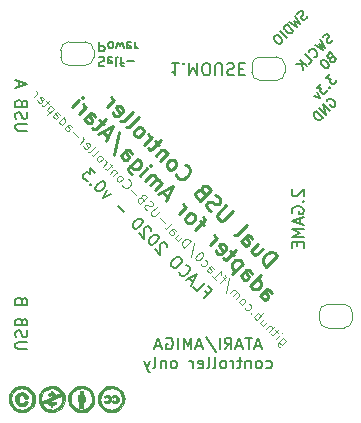
<source format=gbo>
G04 #@! TF.GenerationSoftware,KiCad,Pcbnew,6.0.8-f2edbf62ab~116~ubuntu22.04.1*
G04 #@! TF.CreationDate,2022-10-13T11:50:00+02:00*
G04 #@! TF.ProjectId,Dual USB Controller adapter,4475616c-2055-4534-9220-436f6e74726f,0.3*
G04 #@! TF.SameCoordinates,Original*
G04 #@! TF.FileFunction,Legend,Bot*
G04 #@! TF.FilePolarity,Positive*
%FSLAX46Y46*%
G04 Gerber Fmt 4.6, Leading zero omitted, Abs format (unit mm)*
G04 Created by KiCad (PCBNEW 6.0.8-f2edbf62ab~116~ubuntu22.04.1) date 2022-10-13 11:50:00*
%MOMM*%
%LPD*%
G01*
G04 APERTURE LIST*
G04 Aperture macros list*
%AMFreePoly0*
4,1,22,0.500000,-0.750000,0.000000,-0.750000,0.000000,-0.745033,-0.079941,-0.743568,-0.215256,-0.701293,-0.333266,-0.622738,-0.424486,-0.514219,-0.481581,-0.384460,-0.499164,-0.250000,-0.500000,-0.250000,-0.500000,0.250000,-0.499164,0.250000,-0.499963,0.256109,-0.478152,0.396186,-0.417904,0.524511,-0.324060,0.630769,-0.204165,0.706417,-0.067858,0.745374,0.000000,0.744959,0.000000,0.750000,
0.500000,0.750000,0.500000,-0.750000,0.500000,-0.750000,$1*%
%AMFreePoly1*
4,1,20,0.000000,0.744959,0.073905,0.744508,0.209726,0.703889,0.328688,0.626782,0.421226,0.519385,0.479903,0.390333,0.500000,0.250000,0.500000,-0.250000,0.499851,-0.262216,0.476331,-0.402017,0.414519,-0.529596,0.319384,-0.634700,0.198574,-0.708877,0.061801,-0.746166,0.000000,-0.745033,0.000000,-0.750000,-0.500000,-0.750000,-0.500000,0.750000,0.000000,0.750000,0.000000,0.744959,
0.000000,0.744959,$1*%
G04 Aperture macros list end*
%ADD10C,0.120000*%
%ADD11C,0.220000*%
%ADD12C,0.150000*%
%ADD13C,0.010000*%
%ADD14C,1.500000*%
%ADD15C,3.000000*%
%ADD16R,1.846667X3.480000*%
%ADD17R,1.800000X1.800000*%
%ADD18C,1.800000*%
%ADD19C,1.200000*%
%ADD20R,1.700000X1.700000*%
%ADD21O,1.700000X1.700000*%
%ADD22R,3.480000X1.846667*%
%ADD23FreePoly0,180.000000*%
%ADD24FreePoly1,180.000000*%
%ADD25FreePoly0,0.000000*%
%ADD26FreePoly1,0.000000*%
G04 APERTURE END LIST*
D10*
X192402305Y-91385368D02*
X191944369Y-91843304D01*
X191917432Y-91924116D01*
X191917432Y-91977991D01*
X191944369Y-92058803D01*
X192025181Y-92139616D01*
X192105994Y-92166553D01*
X192052119Y-91735555D02*
X192079056Y-91816367D01*
X192186806Y-91924116D01*
X192267618Y-91951054D01*
X192321493Y-91951054D01*
X192402305Y-91924116D01*
X192563929Y-91762492D01*
X192590867Y-91681680D01*
X192590867Y-91627805D01*
X192563929Y-91546993D01*
X192456180Y-91439243D01*
X192375368Y-91412306D01*
X191755807Y-91493118D02*
X192132931Y-91115994D01*
X192321493Y-90927433D02*
X192321493Y-90981307D01*
X192267618Y-90981307D01*
X192267618Y-90927433D01*
X192321493Y-90927433D01*
X192267618Y-90981307D01*
X191944369Y-90927433D02*
X191728870Y-90711933D01*
X192052119Y-90658059D02*
X191567246Y-91142932D01*
X191486433Y-91169869D01*
X191405621Y-91142932D01*
X191351746Y-91089057D01*
X191163185Y-90900495D02*
X191728870Y-90334810D01*
X190920748Y-90658059D02*
X191217059Y-90361747D01*
X191297872Y-90334810D01*
X191378684Y-90361747D01*
X191459496Y-90442559D01*
X191486433Y-90523372D01*
X191486433Y-90577246D01*
X190786061Y-89769124D02*
X190408937Y-90146248D01*
X191028498Y-90011561D02*
X190732186Y-90307872D01*
X190651374Y-90334810D01*
X190570562Y-90307872D01*
X190489750Y-90227060D01*
X190462812Y-90146248D01*
X190462812Y-90092373D01*
X190139563Y-89876874D02*
X190705249Y-89311189D01*
X190489750Y-89526688D02*
X190462812Y-89445876D01*
X190355063Y-89338126D01*
X190274250Y-89311189D01*
X190220376Y-89311189D01*
X190139563Y-89338126D01*
X189977939Y-89499750D01*
X189951002Y-89580563D01*
X189951002Y-89634437D01*
X189977939Y-89715250D01*
X190085689Y-89822999D01*
X190166501Y-89849937D01*
X189681628Y-89311189D02*
X189627753Y-89311189D01*
X189627753Y-89365063D01*
X189681628Y-89365063D01*
X189681628Y-89311189D01*
X189627753Y-89365063D01*
X189142880Y-88826315D02*
X189169817Y-88907128D01*
X189277567Y-89014877D01*
X189358379Y-89041815D01*
X189412254Y-89041815D01*
X189493066Y-89014877D01*
X189654690Y-88853253D01*
X189681628Y-88772441D01*
X189681628Y-88718566D01*
X189654690Y-88637754D01*
X189546941Y-88530004D01*
X189466128Y-88503067D01*
X188792693Y-88530004D02*
X188873506Y-88556941D01*
X188927380Y-88556941D01*
X189008193Y-88530004D01*
X189169817Y-88368380D01*
X189196754Y-88287567D01*
X189196754Y-88233693D01*
X189169817Y-88152880D01*
X189089005Y-88072068D01*
X189008193Y-88045131D01*
X188954318Y-88045131D01*
X188873506Y-88072068D01*
X188711881Y-88233693D01*
X188684944Y-88314505D01*
X188684944Y-88368380D01*
X188711881Y-88449192D01*
X188792693Y-88530004D01*
X188361695Y-88099006D02*
X188738818Y-87721882D01*
X188684944Y-87775757D02*
X188684944Y-87721882D01*
X188658006Y-87641070D01*
X188577194Y-87560257D01*
X188496382Y-87533320D01*
X188415570Y-87560257D01*
X188119258Y-87856569D01*
X188415570Y-87560257D02*
X188442507Y-87479445D01*
X188415570Y-87398633D01*
X188334757Y-87317821D01*
X188253945Y-87290883D01*
X188173133Y-87317821D01*
X187876822Y-87614132D01*
X187796009Y-86348074D02*
X187553573Y-87560257D01*
X187472761Y-86455824D02*
X187257261Y-86240325D01*
X187014825Y-86752135D02*
X187499698Y-86267262D01*
X187526635Y-86186450D01*
X187499698Y-86105638D01*
X187445823Y-86051763D01*
X186395265Y-86132575D02*
X186718513Y-86455824D01*
X186556889Y-86294200D02*
X187122574Y-85728514D01*
X187095637Y-85863201D01*
X187095637Y-85970951D01*
X187122574Y-86051763D01*
X185910391Y-85647702D02*
X186206703Y-85351391D01*
X186287515Y-85324453D01*
X186368327Y-85351391D01*
X186476077Y-85459140D01*
X186503014Y-85539952D01*
X185937329Y-85620765D02*
X185964266Y-85701577D01*
X186098953Y-85836264D01*
X186179765Y-85863201D01*
X186260578Y-85836264D01*
X186314452Y-85782389D01*
X186341390Y-85701577D01*
X186314452Y-85620765D01*
X186179765Y-85486078D01*
X186152828Y-85405265D01*
X185425518Y-85108954D02*
X185452456Y-85189766D01*
X185560205Y-85297516D01*
X185641017Y-85324453D01*
X185694892Y-85324453D01*
X185775704Y-85297516D01*
X185937329Y-85135891D01*
X185964266Y-85055079D01*
X185964266Y-85001204D01*
X185937329Y-84920392D01*
X185829579Y-84812643D01*
X185748767Y-84785705D01*
X185614080Y-84220020D02*
X185560205Y-84166145D01*
X185479393Y-84139208D01*
X185425518Y-84139208D01*
X185344706Y-84166145D01*
X185210019Y-84246957D01*
X185075332Y-84381644D01*
X184994520Y-84516331D01*
X184967582Y-84597143D01*
X184967582Y-84651018D01*
X184994520Y-84731830D01*
X185048395Y-84785705D01*
X185129207Y-84812643D01*
X185183082Y-84812643D01*
X185263894Y-84785705D01*
X185398581Y-84704893D01*
X185533268Y-84570206D01*
X185614080Y-84435519D01*
X185641017Y-84354707D01*
X185641017Y-84300832D01*
X185614080Y-84220020D01*
X184805958Y-83358023D02*
X184563521Y-84570206D01*
X184024773Y-83762084D02*
X184590459Y-83196398D01*
X184455772Y-83061711D01*
X184348022Y-83007837D01*
X184240272Y-83007837D01*
X184159460Y-83034774D01*
X184024773Y-83115586D01*
X183943961Y-83196398D01*
X183863149Y-83331085D01*
X183836211Y-83411898D01*
X183836211Y-83519647D01*
X183890086Y-83627397D01*
X184024773Y-83762084D01*
X183593775Y-82576838D02*
X183216651Y-82953962D01*
X183836211Y-82819275D02*
X183539900Y-83115586D01*
X183459088Y-83142524D01*
X183378276Y-83115586D01*
X183297463Y-83034774D01*
X183270526Y-82953962D01*
X183270526Y-82900087D01*
X182704841Y-82442151D02*
X183001152Y-82145840D01*
X183081964Y-82118902D01*
X183162776Y-82145840D01*
X183270526Y-82253589D01*
X183297463Y-82334402D01*
X182731778Y-82415214D02*
X182758715Y-82496026D01*
X182893402Y-82630713D01*
X182974215Y-82657650D01*
X183055027Y-82630713D01*
X183108902Y-82576838D01*
X183135839Y-82496026D01*
X183108902Y-82415214D01*
X182974215Y-82280527D01*
X182947277Y-82199715D01*
X182354654Y-82091965D02*
X182435467Y-82118902D01*
X182516279Y-82091965D01*
X183001152Y-81607092D01*
X182354654Y-81660967D02*
X181923656Y-81229968D01*
X182004468Y-80610408D02*
X181546532Y-81068344D01*
X181465720Y-81095281D01*
X181411845Y-81095281D01*
X181331033Y-81068344D01*
X181223284Y-80960594D01*
X181196346Y-80879782D01*
X181196346Y-80825907D01*
X181223284Y-80745095D01*
X181681219Y-80287159D01*
X180900035Y-80583471D02*
X180792285Y-80529596D01*
X180657598Y-80394909D01*
X180630661Y-80314097D01*
X180630661Y-80260222D01*
X180657598Y-80179410D01*
X180711473Y-80125535D01*
X180792285Y-80098597D01*
X180846160Y-80098597D01*
X180926972Y-80125535D01*
X181061659Y-80206347D01*
X181142471Y-80233284D01*
X181196346Y-80233284D01*
X181277158Y-80206347D01*
X181331033Y-80152472D01*
X181357971Y-80071660D01*
X181357971Y-80017785D01*
X181331033Y-79936973D01*
X181196346Y-79802286D01*
X181088597Y-79748411D01*
X180415162Y-79559849D02*
X180307412Y-79505975D01*
X180253537Y-79505975D01*
X180172725Y-79532912D01*
X180091913Y-79613724D01*
X180064975Y-79694536D01*
X180064975Y-79748411D01*
X180091913Y-79829223D01*
X180307412Y-80044723D01*
X180873097Y-79479037D01*
X180684536Y-79290475D01*
X180603723Y-79263538D01*
X180549849Y-79263538D01*
X180469036Y-79290475D01*
X180415162Y-79344350D01*
X180388224Y-79425162D01*
X180388224Y-79479037D01*
X180415162Y-79559849D01*
X180603723Y-79748411D01*
X179957226Y-79263538D02*
X179526227Y-78832539D01*
X178771980Y-78401541D02*
X178771980Y-78455416D01*
X178825855Y-78563165D01*
X178879730Y-78617040D01*
X178987479Y-78670915D01*
X179095229Y-78670915D01*
X179176041Y-78643978D01*
X179310728Y-78563165D01*
X179391540Y-78482353D01*
X179472352Y-78347666D01*
X179499290Y-78266854D01*
X179499290Y-78159104D01*
X179445415Y-78051355D01*
X179391540Y-77997480D01*
X179283791Y-77943605D01*
X179229916Y-77943605D01*
X178394856Y-78132167D02*
X178475669Y-78159104D01*
X178529543Y-78159104D01*
X178610356Y-78132167D01*
X178771980Y-77970543D01*
X178798917Y-77889730D01*
X178798917Y-77835856D01*
X178771980Y-77755043D01*
X178691168Y-77674231D01*
X178610356Y-77647294D01*
X178556481Y-77647294D01*
X178475669Y-77674231D01*
X178314044Y-77835856D01*
X178287107Y-77916668D01*
X178287107Y-77970543D01*
X178314044Y-78051355D01*
X178394856Y-78132167D01*
X178340982Y-77324045D02*
X177963858Y-77701169D01*
X178287107Y-77377920D02*
X178287107Y-77324045D01*
X178260169Y-77243233D01*
X178179357Y-77162421D01*
X178098545Y-77135483D01*
X178017733Y-77162421D01*
X177721421Y-77458732D01*
X177909983Y-76893047D02*
X177694484Y-76677547D01*
X178017733Y-76623673D02*
X177532860Y-77108546D01*
X177452047Y-77135483D01*
X177371235Y-77108546D01*
X177317360Y-77054671D01*
X177128799Y-76866109D02*
X177505922Y-76488986D01*
X177398173Y-76596735D02*
X177425110Y-76515923D01*
X177425110Y-76462048D01*
X177398173Y-76381236D01*
X177344298Y-76327361D01*
X176697800Y-76435111D02*
X176778612Y-76462048D01*
X176832487Y-76462048D01*
X176913299Y-76435111D01*
X177074924Y-76273486D01*
X177101861Y-76192674D01*
X177101861Y-76138799D01*
X177074924Y-76057987D01*
X176994112Y-75977175D01*
X176913299Y-75950238D01*
X176859425Y-75950238D01*
X176778612Y-75977175D01*
X176616988Y-76138799D01*
X176590051Y-76219612D01*
X176590051Y-76273486D01*
X176616988Y-76354299D01*
X176697800Y-76435111D01*
X176185990Y-75923300D02*
X176266802Y-75950238D01*
X176347614Y-75923300D01*
X176832487Y-75438427D01*
X175889678Y-75626989D02*
X175970490Y-75653926D01*
X176051303Y-75626989D01*
X176536176Y-75142116D01*
X175485617Y-75169053D02*
X175512555Y-75249865D01*
X175620304Y-75357615D01*
X175701116Y-75384552D01*
X175781929Y-75357615D01*
X175997428Y-75142116D01*
X176024365Y-75061303D01*
X175997428Y-74980491D01*
X175889678Y-74872742D01*
X175808866Y-74845804D01*
X175728054Y-74872742D01*
X175674179Y-74926616D01*
X175889678Y-75249865D01*
X175189306Y-74926616D02*
X175566429Y-74549493D01*
X175458680Y-74657242D02*
X175485617Y-74576430D01*
X175485617Y-74522555D01*
X175458680Y-74441743D01*
X175404805Y-74387868D01*
X175054619Y-74360931D02*
X174623620Y-73929932D01*
X173896310Y-73633621D02*
X174192622Y-73337310D01*
X174273434Y-73310372D01*
X174354246Y-73337310D01*
X174461996Y-73445059D01*
X174488933Y-73525871D01*
X173923248Y-73606684D02*
X173950185Y-73687496D01*
X174084872Y-73822183D01*
X174165684Y-73849120D01*
X174246497Y-73822183D01*
X174300371Y-73768308D01*
X174327309Y-73687496D01*
X174300371Y-73606684D01*
X174165684Y-73471997D01*
X174138747Y-73391184D01*
X173384500Y-73121810D02*
X173950185Y-72556125D01*
X173411437Y-73094873D02*
X173438375Y-73175685D01*
X173546124Y-73283435D01*
X173626936Y-73310372D01*
X173680811Y-73310372D01*
X173761623Y-73283435D01*
X173923248Y-73121810D01*
X173950185Y-73040998D01*
X173950185Y-72987123D01*
X173923248Y-72906311D01*
X173815498Y-72798562D01*
X173734686Y-72771624D01*
X172872689Y-72610000D02*
X173169001Y-72313688D01*
X173249813Y-72286751D01*
X173330625Y-72313688D01*
X173438375Y-72421438D01*
X173465312Y-72502250D01*
X172899627Y-72583062D02*
X172926564Y-72663875D01*
X173061251Y-72798562D01*
X173142063Y-72825499D01*
X173222875Y-72798562D01*
X173276750Y-72744687D01*
X173303688Y-72663875D01*
X173276750Y-72583062D01*
X173142063Y-72448375D01*
X173115126Y-72367563D01*
X172980439Y-71963502D02*
X172414753Y-72529188D01*
X172953501Y-71990440D02*
X172926564Y-71909627D01*
X172818814Y-71801878D01*
X172738002Y-71774940D01*
X172684127Y-71774940D01*
X172603315Y-71801878D01*
X172441691Y-71963502D01*
X172414753Y-72044314D01*
X172414753Y-72098189D01*
X172441691Y-72179001D01*
X172549440Y-72286751D01*
X172630253Y-72313688D01*
X172549440Y-71532504D02*
X172333941Y-71317005D01*
X172657190Y-71263130D02*
X172172317Y-71748003D01*
X172091505Y-71774940D01*
X172010692Y-71748003D01*
X171956818Y-71694128D01*
X171579694Y-71263130D02*
X171606631Y-71343942D01*
X171714381Y-71451692D01*
X171795193Y-71478629D01*
X171876005Y-71451692D01*
X172091505Y-71236192D01*
X172118442Y-71155380D01*
X172091505Y-71074568D01*
X171983755Y-70966818D01*
X171902943Y-70939881D01*
X171822131Y-70966818D01*
X171768256Y-71020693D01*
X171983755Y-71343942D01*
X171283383Y-71020693D02*
X171660506Y-70643570D01*
X171552757Y-70751319D02*
X171579694Y-70670507D01*
X171579694Y-70616632D01*
X171552757Y-70535820D01*
X171498882Y-70481945D01*
D11*
X190963385Y-85349603D02*
X191882624Y-84430364D01*
X191663757Y-84211498D01*
X191488664Y-84123951D01*
X191313571Y-84123951D01*
X191182251Y-84167725D01*
X190963385Y-84299045D01*
X190832065Y-84430364D01*
X190700745Y-84649231D01*
X190656972Y-84780551D01*
X190656972Y-84955644D01*
X190744519Y-85130737D01*
X190963385Y-85349603D01*
X190263013Y-83423579D02*
X189650187Y-84036405D01*
X190656972Y-83817539D02*
X190175466Y-84299045D01*
X190044146Y-84342818D01*
X189912826Y-84299045D01*
X189781506Y-84167725D01*
X189737733Y-84036405D01*
X189737733Y-83948858D01*
X188818494Y-83204713D02*
X189300000Y-82723207D01*
X189431320Y-82679433D01*
X189562640Y-82723207D01*
X189737733Y-82898300D01*
X189781506Y-83029620D01*
X188862268Y-83160939D02*
X188906041Y-83292259D01*
X189124907Y-83511126D01*
X189256227Y-83554899D01*
X189387547Y-83511126D01*
X189475094Y-83423579D01*
X189518867Y-83292259D01*
X189475094Y-83160939D01*
X189256227Y-82942073D01*
X189212454Y-82810753D01*
X188249442Y-82635660D02*
X188380762Y-82679433D01*
X188512081Y-82635660D01*
X189300000Y-81847741D01*
X188118122Y-80665863D02*
X187373976Y-81410008D01*
X187242656Y-81453782D01*
X187155110Y-81453782D01*
X187023790Y-81410008D01*
X186848697Y-81234915D01*
X186804924Y-81103595D01*
X186804924Y-81016049D01*
X186848697Y-80884729D01*
X187592843Y-80140583D01*
X186323418Y-80622089D02*
X186148324Y-80534543D01*
X185929458Y-80315676D01*
X185885685Y-80184357D01*
X185885685Y-80096810D01*
X185929458Y-79965490D01*
X186017005Y-79877944D01*
X186148324Y-79834170D01*
X186235871Y-79834170D01*
X186367191Y-79877944D01*
X186586057Y-80009263D01*
X186717377Y-80053037D01*
X186804924Y-80053037D01*
X186936243Y-80009263D01*
X187023790Y-79921717D01*
X187067563Y-79790397D01*
X187067563Y-79702850D01*
X187023790Y-79571531D01*
X186804924Y-79352664D01*
X186629831Y-79265118D01*
X185535499Y-78958705D02*
X185360405Y-78871158D01*
X185272859Y-78871158D01*
X185141539Y-78914931D01*
X185010219Y-79046251D01*
X184966446Y-79177571D01*
X184966446Y-79265118D01*
X185010219Y-79396438D01*
X185360405Y-79746624D01*
X186279644Y-78827385D01*
X185973231Y-78520972D01*
X185841912Y-78477199D01*
X185754365Y-78477199D01*
X185623045Y-78520972D01*
X185535499Y-78608519D01*
X185491725Y-78739838D01*
X185491725Y-78827385D01*
X185535499Y-78958705D01*
X185841912Y-79265118D01*
X183303061Y-77514187D02*
X183303061Y-77601733D01*
X183390608Y-77776826D01*
X183478155Y-77864373D01*
X183653248Y-77951919D01*
X183828341Y-77951919D01*
X183959661Y-77908146D01*
X184178527Y-77776826D01*
X184309847Y-77645506D01*
X184441167Y-77426640D01*
X184484940Y-77295320D01*
X184484940Y-77120227D01*
X184397393Y-76945134D01*
X184309847Y-76857587D01*
X184134754Y-76770041D01*
X184047207Y-76770041D01*
X182690236Y-77076454D02*
X182821555Y-77120227D01*
X182909102Y-77120227D01*
X183040422Y-77076454D01*
X183303061Y-76813814D01*
X183346835Y-76682494D01*
X183346835Y-76594948D01*
X183303061Y-76463628D01*
X183171742Y-76332308D01*
X183040422Y-76288535D01*
X182952875Y-76288535D01*
X182821555Y-76332308D01*
X182558916Y-76594948D01*
X182515142Y-76726268D01*
X182515142Y-76813814D01*
X182558916Y-76945134D01*
X182690236Y-77076454D01*
X182602689Y-75763256D02*
X181989863Y-76376081D01*
X182515142Y-75850802D02*
X182515142Y-75763256D01*
X182471369Y-75631936D01*
X182340049Y-75500616D01*
X182208730Y-75456843D01*
X182077410Y-75500616D01*
X181595904Y-75982122D01*
X181902317Y-75062883D02*
X181552130Y-74712697D01*
X182077410Y-74625150D02*
X181289491Y-75413069D01*
X181158171Y-75456843D01*
X181026851Y-75413069D01*
X180939305Y-75325523D01*
X180632892Y-75019110D02*
X181245717Y-74406284D01*
X181070624Y-74581377D02*
X181114398Y-74450057D01*
X181114398Y-74362511D01*
X181070624Y-74231191D01*
X180983078Y-74143644D01*
X179932519Y-74318737D02*
X180063839Y-74362511D01*
X180151386Y-74362511D01*
X180282705Y-74318737D01*
X180545345Y-74056098D01*
X180589118Y-73924778D01*
X180589118Y-73837231D01*
X180545345Y-73705912D01*
X180414025Y-73574592D01*
X180282705Y-73530818D01*
X180195159Y-73530818D01*
X180063839Y-73574592D01*
X179801199Y-73837231D01*
X179757426Y-73968551D01*
X179757426Y-74056098D01*
X179801199Y-74187418D01*
X179932519Y-74318737D01*
X179100827Y-73487045D02*
X179232147Y-73530818D01*
X179363467Y-73487045D01*
X180151386Y-72699126D01*
X178619321Y-73005539D02*
X178750641Y-73049312D01*
X178881960Y-73005539D01*
X179669879Y-72217620D01*
X177962722Y-72261393D02*
X178006495Y-72392713D01*
X178181588Y-72567806D01*
X178312908Y-72611580D01*
X178444228Y-72567806D01*
X178794414Y-72217620D01*
X178838187Y-72086300D01*
X178794414Y-71954980D01*
X178619321Y-71779887D01*
X178488001Y-71736114D01*
X178356681Y-71779887D01*
X178269135Y-71867434D01*
X178619321Y-72392713D01*
X177481216Y-71867434D02*
X178094042Y-71254608D01*
X177918948Y-71429701D02*
X177962722Y-71298381D01*
X177962722Y-71210835D01*
X177918948Y-71079515D01*
X177831402Y-70991968D01*
X190446423Y-87792589D02*
X190927929Y-87311083D01*
X191059249Y-87267310D01*
X191190569Y-87311083D01*
X191365662Y-87486176D01*
X191409435Y-87617496D01*
X190490196Y-87748816D02*
X190533970Y-87880136D01*
X190752836Y-88099002D01*
X190884156Y-88142776D01*
X191015476Y-88099002D01*
X191103022Y-88011456D01*
X191146795Y-87880136D01*
X191103022Y-87748816D01*
X190884156Y-87529950D01*
X190840383Y-87398630D01*
X189614731Y-86960897D02*
X190533970Y-86041658D01*
X189658504Y-86917124D02*
X189702277Y-87048444D01*
X189877370Y-87223537D01*
X190008690Y-87267310D01*
X190096237Y-87267310D01*
X190227557Y-87223537D01*
X190490196Y-86960897D01*
X190533970Y-86829577D01*
X190533970Y-86742031D01*
X190490196Y-86610711D01*
X190315103Y-86435618D01*
X190183783Y-86391844D01*
X188783039Y-86129205D02*
X189264545Y-85647699D01*
X189395864Y-85603925D01*
X189527184Y-85647699D01*
X189702277Y-85822792D01*
X189746051Y-85954112D01*
X188826812Y-86085431D02*
X188870585Y-86216751D01*
X189089451Y-86435618D01*
X189220771Y-86479391D01*
X189352091Y-86435618D01*
X189439638Y-86348071D01*
X189483411Y-86216751D01*
X189439638Y-86085431D01*
X189220771Y-85866565D01*
X189176998Y-85735245D01*
X188958132Y-85078646D02*
X188038893Y-85997885D01*
X188914358Y-85122419D02*
X188870585Y-84991100D01*
X188695492Y-84816006D01*
X188564172Y-84772233D01*
X188476626Y-84772233D01*
X188345306Y-84816006D01*
X188082666Y-85078646D01*
X188038893Y-85209966D01*
X188038893Y-85297513D01*
X188082666Y-85428832D01*
X188257759Y-85603925D01*
X188389079Y-85647699D01*
X188257759Y-84378274D02*
X187907573Y-84028087D01*
X188432852Y-83940541D02*
X187644933Y-84728460D01*
X187513613Y-84772233D01*
X187382294Y-84728460D01*
X187294747Y-84640913D01*
X186681921Y-83940541D02*
X186725694Y-84071861D01*
X186900788Y-84246954D01*
X187032107Y-84290727D01*
X187163427Y-84246954D01*
X187513613Y-83896768D01*
X187557387Y-83765448D01*
X187513613Y-83634128D01*
X187338520Y-83459035D01*
X187207201Y-83415262D01*
X187075881Y-83459035D01*
X186988334Y-83546581D01*
X187338520Y-84071861D01*
X186200415Y-83546581D02*
X186813241Y-82933756D01*
X186638148Y-83108849D02*
X186681921Y-82977529D01*
X186681921Y-82889982D01*
X186638148Y-82758662D01*
X186550601Y-82671116D01*
X185675136Y-81795650D02*
X185324950Y-81445464D01*
X184930990Y-82277156D02*
X185718909Y-81489237D01*
X185762682Y-81357918D01*
X185718909Y-81226598D01*
X185631363Y-81139051D01*
X184274391Y-81620557D02*
X184405711Y-81664331D01*
X184493257Y-81664331D01*
X184624577Y-81620557D01*
X184887217Y-81357918D01*
X184930990Y-81226598D01*
X184930990Y-81139051D01*
X184887217Y-81007731D01*
X184755897Y-80876412D01*
X184624577Y-80832638D01*
X184537031Y-80832638D01*
X184405711Y-80876412D01*
X184143071Y-81139051D01*
X184099298Y-81270371D01*
X184099298Y-81357918D01*
X184143071Y-81489237D01*
X184274391Y-81620557D01*
X183574019Y-80920185D02*
X184186844Y-80307359D01*
X184011751Y-80482452D02*
X184055525Y-80351132D01*
X184055525Y-80263586D01*
X184011751Y-80132266D01*
X183924205Y-80044719D01*
X182611006Y-79431893D02*
X182173274Y-78994161D01*
X182435913Y-79782080D02*
X183048739Y-78556428D01*
X181823087Y-79169254D01*
X181516675Y-78862841D02*
X182129500Y-78250015D01*
X182041954Y-78337561D02*
X182041954Y-78250015D01*
X181998181Y-78118695D01*
X181866861Y-77987375D01*
X181735541Y-77943602D01*
X181604221Y-77987375D01*
X181122715Y-78468881D01*
X181604221Y-77987375D02*
X181647994Y-77856055D01*
X181604221Y-77724736D01*
X181472901Y-77593416D01*
X181341581Y-77549642D01*
X181210262Y-77593416D01*
X180728756Y-78074922D01*
X180291023Y-77637189D02*
X180903849Y-77024363D01*
X181210262Y-76717950D02*
X181210262Y-76805497D01*
X181122715Y-76805497D01*
X181122715Y-76717950D01*
X181210262Y-76717950D01*
X181122715Y-76805497D01*
X180072156Y-76192671D02*
X179328011Y-76936817D01*
X179284237Y-77068136D01*
X179284237Y-77155683D01*
X179328011Y-77287003D01*
X179459331Y-77418323D01*
X179590650Y-77462096D01*
X179503104Y-76761723D02*
X179546877Y-76893043D01*
X179721970Y-77068136D01*
X179853290Y-77111910D01*
X179940837Y-77111910D01*
X180072156Y-77068136D01*
X180334796Y-76805497D01*
X180378569Y-76674177D01*
X180378569Y-76586630D01*
X180334796Y-76455311D01*
X180159703Y-76280217D01*
X180028383Y-76236444D01*
X178627638Y-75973805D02*
X179109144Y-75492298D01*
X179240464Y-75448525D01*
X179371784Y-75492298D01*
X179546877Y-75667392D01*
X179590650Y-75798711D01*
X178671412Y-75930031D02*
X178715185Y-76061351D01*
X178934051Y-76280217D01*
X179065371Y-76323991D01*
X179196691Y-76280217D01*
X179284237Y-76192671D01*
X179328011Y-76061351D01*
X179284237Y-75930031D01*
X179065371Y-75711165D01*
X179021598Y-75579845D01*
X178496318Y-73916460D02*
X178102359Y-75886258D01*
X177533306Y-74354193D02*
X177095574Y-73916460D01*
X177358213Y-74704379D02*
X177971039Y-73478728D01*
X176745387Y-74091554D01*
X177183120Y-73303635D02*
X176832934Y-72953448D01*
X177358213Y-72865902D02*
X176570294Y-73653821D01*
X176438974Y-73697594D01*
X176307655Y-73653821D01*
X176220108Y-73566274D01*
X175519736Y-72865902D02*
X176001242Y-72384396D01*
X176132561Y-72340623D01*
X176263881Y-72384396D01*
X176438974Y-72559489D01*
X176482748Y-72690809D01*
X175563509Y-72822129D02*
X175607282Y-72953448D01*
X175826149Y-73172315D01*
X175957468Y-73216088D01*
X176088788Y-73172315D01*
X176176335Y-73084768D01*
X176220108Y-72953448D01*
X176176335Y-72822129D01*
X175957468Y-72603262D01*
X175913695Y-72471942D01*
X175082003Y-72428169D02*
X175694829Y-71815343D01*
X175519736Y-71990436D02*
X175563509Y-71859116D01*
X175563509Y-71771570D01*
X175519736Y-71640250D01*
X175432189Y-71552704D01*
X174512950Y-71859116D02*
X175125776Y-71246291D01*
X175432189Y-70939878D02*
X175432189Y-71027424D01*
X175344642Y-71027424D01*
X175344642Y-70939878D01*
X175432189Y-70939878D01*
X175344642Y-71027424D01*
D12*
X185814583Y-87415568D02*
X186050285Y-87651270D01*
X185679896Y-88021659D02*
X186387003Y-87314552D01*
X186050285Y-86977835D01*
X184737087Y-87078850D02*
X185073804Y-87415568D01*
X185780911Y-86708461D01*
X184737087Y-86674789D02*
X184400369Y-86338072D01*
X184602400Y-86944163D02*
X185073804Y-86001354D01*
X184130995Y-86472759D01*
X183558575Y-85765652D02*
X183558575Y-85832995D01*
X183625919Y-85967682D01*
X183693263Y-86035026D01*
X183827950Y-86102369D01*
X183962637Y-86102369D01*
X184063652Y-86068698D01*
X184232011Y-85967682D01*
X184333026Y-85866667D01*
X184434041Y-85698308D01*
X184467713Y-85597293D01*
X184467713Y-85462606D01*
X184400369Y-85327919D01*
X184333026Y-85260575D01*
X184198339Y-85193232D01*
X184130995Y-85193232D01*
X183760606Y-84688156D02*
X183625919Y-84553469D01*
X183524904Y-84519797D01*
X183390217Y-84519797D01*
X183221858Y-84620812D01*
X182986156Y-84856514D01*
X182885140Y-85024873D01*
X182885140Y-85159560D01*
X182918812Y-85260575D01*
X183053499Y-85395263D01*
X183154514Y-85428934D01*
X183289201Y-85428934D01*
X183457560Y-85327919D01*
X183693263Y-85092217D01*
X183794278Y-84923858D01*
X183794278Y-84789171D01*
X183760606Y-84688156D01*
X182582095Y-83644331D02*
X182582095Y-83576988D01*
X182548423Y-83475973D01*
X182380064Y-83307614D01*
X182279049Y-83273942D01*
X182211705Y-83273942D01*
X182110690Y-83307614D01*
X182043347Y-83374957D01*
X181976003Y-83509644D01*
X181976003Y-84317766D01*
X181538270Y-83880034D01*
X181807644Y-82735194D02*
X181740301Y-82667851D01*
X181639286Y-82634179D01*
X181571942Y-82634179D01*
X181470927Y-82667851D01*
X181302568Y-82768866D01*
X181134209Y-82937225D01*
X181033194Y-83105583D01*
X180999522Y-83206599D01*
X180999522Y-83273942D01*
X181033194Y-83374957D01*
X181100538Y-83442301D01*
X181201553Y-83475973D01*
X181268896Y-83475973D01*
X181369912Y-83442301D01*
X181538270Y-83341286D01*
X181706629Y-83172927D01*
X181807644Y-83004568D01*
X181841316Y-82903553D01*
X181841316Y-82836209D01*
X181807644Y-82735194D01*
X181235225Y-82297461D02*
X181235225Y-82230118D01*
X181201553Y-82129103D01*
X181033194Y-81960744D01*
X180932179Y-81927072D01*
X180864835Y-81927072D01*
X180763820Y-81960744D01*
X180696477Y-82028087D01*
X180629133Y-82162774D01*
X180629133Y-82970896D01*
X180191400Y-82533164D01*
X180460774Y-81388324D02*
X180393431Y-81320981D01*
X180292416Y-81287309D01*
X180225072Y-81287309D01*
X180124057Y-81320981D01*
X179955698Y-81421996D01*
X179787339Y-81590355D01*
X179686324Y-81758713D01*
X179652652Y-81859729D01*
X179652652Y-81927072D01*
X179686324Y-82028087D01*
X179753668Y-82095431D01*
X179854683Y-82129103D01*
X179922026Y-82129103D01*
X180023042Y-82095431D01*
X180191400Y-81994416D01*
X180359759Y-81826057D01*
X180460774Y-81657698D01*
X180494446Y-81556683D01*
X180494446Y-81489339D01*
X180460774Y-81388324D01*
X178945546Y-80748561D02*
X178406798Y-80209813D01*
X177800706Y-79199660D02*
X177160943Y-79502706D01*
X177463988Y-78862943D01*
X177295630Y-78223179D02*
X177228286Y-78155836D01*
X177127271Y-78122164D01*
X177059927Y-78122164D01*
X176958912Y-78155836D01*
X176790553Y-78256851D01*
X176622195Y-78425210D01*
X176521179Y-78593569D01*
X176487508Y-78694584D01*
X176487508Y-78761927D01*
X176521179Y-78862943D01*
X176588523Y-78930286D01*
X176689538Y-78963958D01*
X176756882Y-78963958D01*
X176857897Y-78930286D01*
X177026256Y-78829271D01*
X177194614Y-78660912D01*
X177295630Y-78492553D01*
X177329301Y-78391538D01*
X177329301Y-78324195D01*
X177295630Y-78223179D01*
X176117118Y-78324195D02*
X176049775Y-78324195D01*
X176049775Y-78391538D01*
X176117118Y-78391538D01*
X176117118Y-78324195D01*
X176049775Y-78391538D01*
X176487508Y-77415057D02*
X176049775Y-76977325D01*
X176016103Y-77482401D01*
X175915088Y-77381386D01*
X175814073Y-77347714D01*
X175746729Y-77347714D01*
X175645714Y-77381386D01*
X175477355Y-77549744D01*
X175443683Y-77650760D01*
X175443683Y-77718103D01*
X175477355Y-77819118D01*
X175679386Y-78021149D01*
X175780401Y-78054821D01*
X175847744Y-78054821D01*
X196390464Y-69054975D02*
X196040278Y-69405161D01*
X196444339Y-69432098D01*
X196363527Y-69512910D01*
X196336589Y-69593723D01*
X196336589Y-69647597D01*
X196363527Y-69728410D01*
X196498214Y-69863097D01*
X196579026Y-69890034D01*
X196632901Y-69890034D01*
X196713713Y-69863097D01*
X196875337Y-69701472D01*
X196902275Y-69620660D01*
X196902275Y-69566785D01*
X196309652Y-70159408D02*
X196309652Y-70213283D01*
X196363527Y-70213283D01*
X196363527Y-70159408D01*
X196309652Y-70159408D01*
X196363527Y-70213283D01*
X195582342Y-69863097D02*
X195232156Y-70213283D01*
X195636217Y-70240220D01*
X195555405Y-70321032D01*
X195528467Y-70401845D01*
X195528467Y-70455719D01*
X195555405Y-70536532D01*
X195690092Y-70671219D01*
X195770904Y-70698156D01*
X195824779Y-70698156D01*
X195905591Y-70671219D01*
X196067215Y-70509594D01*
X196094153Y-70428782D01*
X196094153Y-70374907D01*
X195232156Y-70590406D02*
X195474593Y-71102217D01*
X194962782Y-70859780D01*
X196067215Y-71337098D02*
X196094153Y-71256286D01*
X196174965Y-71175474D01*
X196282715Y-71121599D01*
X196390464Y-71121599D01*
X196471276Y-71148536D01*
X196605963Y-71229349D01*
X196686776Y-71310161D01*
X196767588Y-71444848D01*
X196794525Y-71525660D01*
X196794525Y-71633410D01*
X196740650Y-71741159D01*
X196686776Y-71795034D01*
X196579026Y-71848909D01*
X196525151Y-71848909D01*
X196336589Y-71660347D01*
X196444339Y-71552597D01*
X196336589Y-72145220D02*
X195770904Y-71579535D01*
X196013341Y-72468469D01*
X195447655Y-71902784D01*
X195743967Y-72737843D02*
X195178281Y-72172158D01*
X195043594Y-72306845D01*
X194989719Y-72414594D01*
X194989719Y-72522344D01*
X195016657Y-72603156D01*
X195097469Y-72737843D01*
X195178281Y-72818655D01*
X195312968Y-72899467D01*
X195393780Y-72926405D01*
X195501530Y-72926405D01*
X195609280Y-72872530D01*
X195743967Y-72737843D01*
X194425775Y-64159660D02*
X194371900Y-64267410D01*
X194237213Y-64402097D01*
X194156401Y-64429034D01*
X194102526Y-64429034D01*
X194021714Y-64402097D01*
X193967839Y-64348222D01*
X193940902Y-64267410D01*
X193940902Y-64213535D01*
X193967839Y-64132723D01*
X194048651Y-63998036D01*
X194075589Y-63917223D01*
X194075589Y-63863349D01*
X194048651Y-63782536D01*
X193994776Y-63728662D01*
X193913964Y-63701724D01*
X193860089Y-63701724D01*
X193779277Y-63728662D01*
X193644590Y-63863349D01*
X193590715Y-63971098D01*
X193375216Y-64132723D02*
X193806215Y-64833095D01*
X193294404Y-64536784D01*
X193590715Y-65048594D01*
X192890343Y-64617596D01*
X193240529Y-65398780D02*
X192674844Y-64833095D01*
X192540157Y-64967782D01*
X192486282Y-65075532D01*
X192486282Y-65183281D01*
X192513219Y-65264093D01*
X192594032Y-65398780D01*
X192674844Y-65479593D01*
X192809531Y-65560405D01*
X192890343Y-65587342D01*
X192998093Y-65587342D01*
X193105842Y-65533467D01*
X193240529Y-65398780D01*
X192674844Y-65964466D02*
X192109158Y-65398780D01*
X191732035Y-65775904D02*
X191624285Y-65883654D01*
X191597348Y-65964466D01*
X191597348Y-66072215D01*
X191678160Y-66206902D01*
X191866722Y-66395464D01*
X192001409Y-66476276D01*
X192109158Y-66476276D01*
X192189971Y-66449339D01*
X192297720Y-66341589D01*
X192324658Y-66260777D01*
X192324658Y-66153028D01*
X192243845Y-66018341D01*
X192055284Y-65829779D01*
X191920597Y-65748967D01*
X191812847Y-65748967D01*
X191732035Y-65775904D01*
X196584775Y-66128160D02*
X196530900Y-66235910D01*
X196396213Y-66370597D01*
X196315401Y-66397534D01*
X196261526Y-66397534D01*
X196180714Y-66370597D01*
X196126839Y-66316722D01*
X196099902Y-66235910D01*
X196099902Y-66182035D01*
X196126839Y-66101223D01*
X196207651Y-65966536D01*
X196234589Y-65885723D01*
X196234589Y-65831849D01*
X196207651Y-65751036D01*
X196153776Y-65697162D01*
X196072964Y-65670224D01*
X196019089Y-65670224D01*
X195938277Y-65697162D01*
X195803590Y-65831849D01*
X195749715Y-65939598D01*
X195534216Y-66101223D02*
X195965215Y-66801595D01*
X195453404Y-66505284D01*
X195749715Y-67017094D01*
X195049343Y-66586096D01*
X195022406Y-67636654D02*
X195076280Y-67636654D01*
X195184030Y-67582780D01*
X195237905Y-67528905D01*
X195291780Y-67421155D01*
X195291780Y-67313406D01*
X195264842Y-67232593D01*
X195184030Y-67097906D01*
X195103218Y-67017094D01*
X194968531Y-66936282D01*
X194887719Y-66909345D01*
X194779969Y-66909345D01*
X194672219Y-66963219D01*
X194618345Y-67017094D01*
X194564470Y-67124844D01*
X194564470Y-67178719D01*
X194564470Y-68202340D02*
X194833844Y-67932966D01*
X194268158Y-67367280D01*
X194375908Y-68390902D02*
X193810223Y-67825216D01*
X194052659Y-68714150D02*
X193971847Y-68148465D01*
X193486974Y-68148465D02*
X194133471Y-68148465D01*
X183555000Y-68127619D02*
X182983571Y-68127619D01*
X183269285Y-68127619D02*
X183269285Y-69127619D01*
X183174047Y-68984761D01*
X183078809Y-68889523D01*
X182983571Y-68841904D01*
X183983571Y-68222857D02*
X184031190Y-68175238D01*
X183983571Y-68127619D01*
X183935952Y-68175238D01*
X183983571Y-68222857D01*
X183983571Y-68127619D01*
X184459761Y-68127619D02*
X184459761Y-69127619D01*
X184793095Y-68413333D01*
X185126428Y-69127619D01*
X185126428Y-68127619D01*
X185793095Y-69127619D02*
X185983571Y-69127619D01*
X186078809Y-69080000D01*
X186174047Y-68984761D01*
X186221666Y-68794285D01*
X186221666Y-68460952D01*
X186174047Y-68270476D01*
X186078809Y-68175238D01*
X185983571Y-68127619D01*
X185793095Y-68127619D01*
X185697857Y-68175238D01*
X185602619Y-68270476D01*
X185555000Y-68460952D01*
X185555000Y-68794285D01*
X185602619Y-68984761D01*
X185697857Y-69080000D01*
X185793095Y-69127619D01*
X186650238Y-69127619D02*
X186650238Y-68318095D01*
X186697857Y-68222857D01*
X186745476Y-68175238D01*
X186840714Y-68127619D01*
X187031190Y-68127619D01*
X187126428Y-68175238D01*
X187174047Y-68222857D01*
X187221666Y-68318095D01*
X187221666Y-69127619D01*
X187650238Y-68175238D02*
X187793095Y-68127619D01*
X188031190Y-68127619D01*
X188126428Y-68175238D01*
X188174047Y-68222857D01*
X188221666Y-68318095D01*
X188221666Y-68413333D01*
X188174047Y-68508571D01*
X188126428Y-68556190D01*
X188031190Y-68603809D01*
X187840714Y-68651428D01*
X187745476Y-68699047D01*
X187697857Y-68746666D01*
X187650238Y-68841904D01*
X187650238Y-68937142D01*
X187697857Y-69032380D01*
X187745476Y-69080000D01*
X187840714Y-69127619D01*
X188078809Y-69127619D01*
X188221666Y-69080000D01*
X188650238Y-68651428D02*
X188983571Y-68651428D01*
X189126428Y-68127619D02*
X188650238Y-68127619D01*
X188650238Y-69127619D01*
X189126428Y-69127619D01*
X170727619Y-73826428D02*
X169918095Y-73826428D01*
X169822857Y-73778809D01*
X169775238Y-73731190D01*
X169727619Y-73635952D01*
X169727619Y-73445476D01*
X169775238Y-73350238D01*
X169822857Y-73302619D01*
X169918095Y-73255000D01*
X170727619Y-73255000D01*
X169775238Y-72826428D02*
X169727619Y-72683571D01*
X169727619Y-72445476D01*
X169775238Y-72350238D01*
X169822857Y-72302619D01*
X169918095Y-72255000D01*
X170013333Y-72255000D01*
X170108571Y-72302619D01*
X170156190Y-72350238D01*
X170203809Y-72445476D01*
X170251428Y-72635952D01*
X170299047Y-72731190D01*
X170346666Y-72778809D01*
X170441904Y-72826428D01*
X170537142Y-72826428D01*
X170632380Y-72778809D01*
X170680000Y-72731190D01*
X170727619Y-72635952D01*
X170727619Y-72397857D01*
X170680000Y-72255000D01*
X170251428Y-71493095D02*
X170203809Y-71350238D01*
X170156190Y-71302619D01*
X170060952Y-71255000D01*
X169918095Y-71255000D01*
X169822857Y-71302619D01*
X169775238Y-71350238D01*
X169727619Y-71445476D01*
X169727619Y-71826428D01*
X170727619Y-71826428D01*
X170727619Y-71493095D01*
X170680000Y-71397857D01*
X170632380Y-71350238D01*
X170537142Y-71302619D01*
X170441904Y-71302619D01*
X170346666Y-71350238D01*
X170299047Y-71397857D01*
X170251428Y-71493095D01*
X170251428Y-71826428D01*
X170013333Y-70112142D02*
X170013333Y-69635952D01*
X169727619Y-70207380D02*
X170727619Y-69874047D01*
X169727619Y-69540714D01*
X176779880Y-67630190D02*
X176894166Y-67592095D01*
X177084642Y-67592095D01*
X177160833Y-67630190D01*
X177198928Y-67668285D01*
X177237023Y-67744476D01*
X177237023Y-67820666D01*
X177198928Y-67896857D01*
X177160833Y-67934952D01*
X177084642Y-67973047D01*
X176932261Y-68011142D01*
X176856071Y-68049238D01*
X176817976Y-68087333D01*
X176779880Y-68163523D01*
X176779880Y-68239714D01*
X176817976Y-68315904D01*
X176856071Y-68354000D01*
X176932261Y-68392095D01*
X177122738Y-68392095D01*
X177237023Y-68354000D01*
X177884642Y-67630190D02*
X177808452Y-67592095D01*
X177656071Y-67592095D01*
X177579880Y-67630190D01*
X177541785Y-67706380D01*
X177541785Y-68011142D01*
X177579880Y-68087333D01*
X177656071Y-68125428D01*
X177808452Y-68125428D01*
X177884642Y-68087333D01*
X177922738Y-68011142D01*
X177922738Y-67934952D01*
X177541785Y-67858761D01*
X178379880Y-67592095D02*
X178303690Y-67630190D01*
X178265595Y-67706380D01*
X178265595Y-68392095D01*
X178570357Y-68125428D02*
X178875119Y-68125428D01*
X178684642Y-67592095D02*
X178684642Y-68277809D01*
X178722738Y-68354000D01*
X178798928Y-68392095D01*
X178875119Y-68392095D01*
X179141785Y-67896857D02*
X179751309Y-67896857D01*
X176817976Y-66304095D02*
X176817976Y-67104095D01*
X177122738Y-67104095D01*
X177198928Y-67066000D01*
X177237023Y-67027904D01*
X177275119Y-66951714D01*
X177275119Y-66837428D01*
X177237023Y-66761238D01*
X177198928Y-66723142D01*
X177122738Y-66685047D01*
X176817976Y-66685047D01*
X177732261Y-66304095D02*
X177656071Y-66342190D01*
X177617976Y-66380285D01*
X177579880Y-66456476D01*
X177579880Y-66685047D01*
X177617976Y-66761238D01*
X177656071Y-66799333D01*
X177732261Y-66837428D01*
X177846547Y-66837428D01*
X177922738Y-66799333D01*
X177960833Y-66761238D01*
X177998928Y-66685047D01*
X177998928Y-66456476D01*
X177960833Y-66380285D01*
X177922738Y-66342190D01*
X177846547Y-66304095D01*
X177732261Y-66304095D01*
X178265595Y-66837428D02*
X178417976Y-66304095D01*
X178570357Y-66685047D01*
X178722738Y-66304095D01*
X178875119Y-66837428D01*
X179484642Y-66342190D02*
X179408452Y-66304095D01*
X179256071Y-66304095D01*
X179179880Y-66342190D01*
X179141785Y-66418380D01*
X179141785Y-66723142D01*
X179179880Y-66799333D01*
X179256071Y-66837428D01*
X179408452Y-66837428D01*
X179484642Y-66799333D01*
X179522738Y-66723142D01*
X179522738Y-66646952D01*
X179141785Y-66570761D01*
X179865595Y-66304095D02*
X179865595Y-66837428D01*
X179865595Y-66685047D02*
X179903690Y-66761238D01*
X179941785Y-66799333D01*
X180017976Y-66837428D01*
X180094166Y-66837428D01*
X170727619Y-92312857D02*
X169918095Y-92312857D01*
X169822857Y-92265238D01*
X169775238Y-92217619D01*
X169727619Y-92122380D01*
X169727619Y-91931904D01*
X169775238Y-91836666D01*
X169822857Y-91789047D01*
X169918095Y-91741428D01*
X170727619Y-91741428D01*
X169775238Y-91312857D02*
X169727619Y-91170000D01*
X169727619Y-90931904D01*
X169775238Y-90836666D01*
X169822857Y-90789047D01*
X169918095Y-90741428D01*
X170013333Y-90741428D01*
X170108571Y-90789047D01*
X170156190Y-90836666D01*
X170203809Y-90931904D01*
X170251428Y-91122380D01*
X170299047Y-91217619D01*
X170346666Y-91265238D01*
X170441904Y-91312857D01*
X170537142Y-91312857D01*
X170632380Y-91265238D01*
X170680000Y-91217619D01*
X170727619Y-91122380D01*
X170727619Y-90884285D01*
X170680000Y-90741428D01*
X170251428Y-89979523D02*
X170203809Y-89836666D01*
X170156190Y-89789047D01*
X170060952Y-89741428D01*
X169918095Y-89741428D01*
X169822857Y-89789047D01*
X169775238Y-89836666D01*
X169727619Y-89931904D01*
X169727619Y-90312857D01*
X170727619Y-90312857D01*
X170727619Y-89979523D01*
X170680000Y-89884285D01*
X170632380Y-89836666D01*
X170537142Y-89789047D01*
X170441904Y-89789047D01*
X170346666Y-89836666D01*
X170299047Y-89884285D01*
X170251428Y-89979523D01*
X170251428Y-90312857D01*
X170251428Y-88217619D02*
X170203809Y-88074761D01*
X170156190Y-88027142D01*
X170060952Y-87979523D01*
X169918095Y-87979523D01*
X169822857Y-88027142D01*
X169775238Y-88074761D01*
X169727619Y-88170000D01*
X169727619Y-88550952D01*
X170727619Y-88550952D01*
X170727619Y-88217619D01*
X170680000Y-88122380D01*
X170632380Y-88074761D01*
X170537142Y-88027142D01*
X170441904Y-88027142D01*
X170346666Y-88074761D01*
X170299047Y-88122380D01*
X170251428Y-88217619D01*
X170251428Y-88550952D01*
X196417402Y-67661785D02*
X196363527Y-67769535D01*
X196363527Y-67823410D01*
X196390464Y-67904222D01*
X196471276Y-67985034D01*
X196552089Y-68011971D01*
X196605963Y-68011971D01*
X196686776Y-67985034D01*
X196902275Y-67769535D01*
X196336589Y-67203849D01*
X196148028Y-67392411D01*
X196121090Y-67473223D01*
X196121090Y-67527098D01*
X196148028Y-67607910D01*
X196201902Y-67661785D01*
X196282715Y-67688723D01*
X196336589Y-67688723D01*
X196417402Y-67661785D01*
X196605963Y-67473223D01*
X195663154Y-67877284D02*
X195609280Y-67931159D01*
X195582342Y-68011971D01*
X195582342Y-68065846D01*
X195609280Y-68146658D01*
X195690092Y-68281345D01*
X195824779Y-68416032D01*
X195959466Y-68496845D01*
X196040278Y-68523782D01*
X196094153Y-68523782D01*
X196174965Y-68496845D01*
X196228840Y-68442970D01*
X196255777Y-68362158D01*
X196255777Y-68308283D01*
X196228840Y-68227471D01*
X196148028Y-68092784D01*
X196013341Y-67958097D01*
X195878654Y-67877284D01*
X195797841Y-67850347D01*
X195743967Y-67850347D01*
X195663154Y-67877284D01*
X190531190Y-92071666D02*
X190055000Y-92071666D01*
X190626428Y-92357380D02*
X190293095Y-91357380D01*
X189959761Y-92357380D01*
X189769285Y-91357380D02*
X189197857Y-91357380D01*
X189483571Y-92357380D02*
X189483571Y-91357380D01*
X188912142Y-92071666D02*
X188435952Y-92071666D01*
X189007380Y-92357380D02*
X188674047Y-91357380D01*
X188340714Y-92357380D01*
X187435952Y-92357380D02*
X187769285Y-91881190D01*
X188007380Y-92357380D02*
X188007380Y-91357380D01*
X187626428Y-91357380D01*
X187531190Y-91405000D01*
X187483571Y-91452619D01*
X187435952Y-91547857D01*
X187435952Y-91690714D01*
X187483571Y-91785952D01*
X187531190Y-91833571D01*
X187626428Y-91881190D01*
X188007380Y-91881190D01*
X187007380Y-92357380D02*
X187007380Y-91357380D01*
X185816904Y-91309761D02*
X186674047Y-92595476D01*
X185531190Y-92071666D02*
X185055000Y-92071666D01*
X185626428Y-92357380D02*
X185293095Y-91357380D01*
X184959761Y-92357380D01*
X184626428Y-92357380D02*
X184626428Y-91357380D01*
X184293095Y-92071666D01*
X183959761Y-91357380D01*
X183959761Y-92357380D01*
X183483571Y-92357380D02*
X183483571Y-91357380D01*
X182483571Y-91405000D02*
X182578809Y-91357380D01*
X182721666Y-91357380D01*
X182864523Y-91405000D01*
X182959761Y-91500238D01*
X183007380Y-91595476D01*
X183055000Y-91785952D01*
X183055000Y-91928809D01*
X183007380Y-92119285D01*
X182959761Y-92214523D01*
X182864523Y-92309761D01*
X182721666Y-92357380D01*
X182626428Y-92357380D01*
X182483571Y-92309761D01*
X182435952Y-92262142D01*
X182435952Y-91928809D01*
X182626428Y-91928809D01*
X182055000Y-92071666D02*
X181578809Y-92071666D01*
X182150238Y-92357380D02*
X181816904Y-91357380D01*
X181483571Y-92357380D01*
X190959761Y-93919761D02*
X191055000Y-93967380D01*
X191245476Y-93967380D01*
X191340714Y-93919761D01*
X191388333Y-93872142D01*
X191435952Y-93776904D01*
X191435952Y-93491190D01*
X191388333Y-93395952D01*
X191340714Y-93348333D01*
X191245476Y-93300714D01*
X191055000Y-93300714D01*
X190959761Y-93348333D01*
X190388333Y-93967380D02*
X190483571Y-93919761D01*
X190531190Y-93872142D01*
X190578809Y-93776904D01*
X190578809Y-93491190D01*
X190531190Y-93395952D01*
X190483571Y-93348333D01*
X190388333Y-93300714D01*
X190245476Y-93300714D01*
X190150238Y-93348333D01*
X190102619Y-93395952D01*
X190055000Y-93491190D01*
X190055000Y-93776904D01*
X190102619Y-93872142D01*
X190150238Y-93919761D01*
X190245476Y-93967380D01*
X190388333Y-93967380D01*
X189626428Y-93300714D02*
X189626428Y-93967380D01*
X189626428Y-93395952D02*
X189578809Y-93348333D01*
X189483571Y-93300714D01*
X189340714Y-93300714D01*
X189245476Y-93348333D01*
X189197857Y-93443571D01*
X189197857Y-93967380D01*
X188864523Y-93300714D02*
X188483571Y-93300714D01*
X188721666Y-92967380D02*
X188721666Y-93824523D01*
X188674047Y-93919761D01*
X188578809Y-93967380D01*
X188483571Y-93967380D01*
X188150238Y-93967380D02*
X188150238Y-93300714D01*
X188150238Y-93491190D02*
X188102619Y-93395952D01*
X188055000Y-93348333D01*
X187959761Y-93300714D01*
X187864523Y-93300714D01*
X187388333Y-93967380D02*
X187483571Y-93919761D01*
X187531190Y-93872142D01*
X187578809Y-93776904D01*
X187578809Y-93491190D01*
X187531190Y-93395952D01*
X187483571Y-93348333D01*
X187388333Y-93300714D01*
X187245476Y-93300714D01*
X187150238Y-93348333D01*
X187102619Y-93395952D01*
X187055000Y-93491190D01*
X187055000Y-93776904D01*
X187102619Y-93872142D01*
X187150238Y-93919761D01*
X187245476Y-93967380D01*
X187388333Y-93967380D01*
X186483571Y-93967380D02*
X186578809Y-93919761D01*
X186626428Y-93824523D01*
X186626428Y-92967380D01*
X185959761Y-93967380D02*
X186055000Y-93919761D01*
X186102619Y-93824523D01*
X186102619Y-92967380D01*
X185197857Y-93919761D02*
X185293095Y-93967380D01*
X185483571Y-93967380D01*
X185578809Y-93919761D01*
X185626428Y-93824523D01*
X185626428Y-93443571D01*
X185578809Y-93348333D01*
X185483571Y-93300714D01*
X185293095Y-93300714D01*
X185197857Y-93348333D01*
X185150238Y-93443571D01*
X185150238Y-93538809D01*
X185626428Y-93634047D01*
X184721666Y-93967380D02*
X184721666Y-93300714D01*
X184721666Y-93491190D02*
X184674047Y-93395952D01*
X184626428Y-93348333D01*
X184531190Y-93300714D01*
X184435952Y-93300714D01*
X183197857Y-93967380D02*
X183293095Y-93919761D01*
X183340714Y-93872142D01*
X183388333Y-93776904D01*
X183388333Y-93491190D01*
X183340714Y-93395952D01*
X183293095Y-93348333D01*
X183197857Y-93300714D01*
X183055000Y-93300714D01*
X182959761Y-93348333D01*
X182912142Y-93395952D01*
X182864523Y-93491190D01*
X182864523Y-93776904D01*
X182912142Y-93872142D01*
X182959761Y-93919761D01*
X183055000Y-93967380D01*
X183197857Y-93967380D01*
X182435952Y-93300714D02*
X182435952Y-93967380D01*
X182435952Y-93395952D02*
X182388333Y-93348333D01*
X182293095Y-93300714D01*
X182150238Y-93300714D01*
X182055000Y-93348333D01*
X182007380Y-93443571D01*
X182007380Y-93967380D01*
X181388333Y-93967380D02*
X181483571Y-93919761D01*
X181531190Y-93824523D01*
X181531190Y-92967380D01*
X181102619Y-93300714D02*
X180864523Y-93967380D01*
X180626428Y-93300714D02*
X180864523Y-93967380D01*
X180959761Y-94205476D01*
X181007380Y-94253095D01*
X181102619Y-94300714D01*
X193222619Y-78803809D02*
X193175000Y-78851428D01*
X193127380Y-78946666D01*
X193127380Y-79184761D01*
X193175000Y-79280000D01*
X193222619Y-79327619D01*
X193317857Y-79375238D01*
X193413095Y-79375238D01*
X193555952Y-79327619D01*
X194127380Y-78756190D01*
X194127380Y-79375238D01*
X194032142Y-79803809D02*
X194079761Y-79851428D01*
X194127380Y-79803809D01*
X194079761Y-79756190D01*
X194032142Y-79803809D01*
X194127380Y-79803809D01*
X193175000Y-80803809D02*
X193127380Y-80708571D01*
X193127380Y-80565714D01*
X193175000Y-80422857D01*
X193270238Y-80327619D01*
X193365476Y-80280000D01*
X193555952Y-80232380D01*
X193698809Y-80232380D01*
X193889285Y-80280000D01*
X193984523Y-80327619D01*
X194079761Y-80422857D01*
X194127380Y-80565714D01*
X194127380Y-80660952D01*
X194079761Y-80803809D01*
X194032142Y-80851428D01*
X193698809Y-80851428D01*
X193698809Y-80660952D01*
X193841666Y-81232380D02*
X193841666Y-81708571D01*
X194127380Y-81137142D02*
X193127380Y-81470476D01*
X194127380Y-81803809D01*
X194127380Y-82137142D02*
X193127380Y-82137142D01*
X193841666Y-82470476D01*
X193127380Y-82803809D01*
X194127380Y-82803809D01*
X193603571Y-83280000D02*
X193603571Y-83613333D01*
X194127380Y-83756190D02*
X194127380Y-83280000D01*
X193127380Y-83280000D01*
X193127380Y-83756190D01*
D10*
X174242500Y-68310000D02*
X175642500Y-68310000D01*
X175642500Y-66310000D02*
X174242500Y-66310000D01*
X176342500Y-67610000D02*
X176342500Y-67010000D01*
X173542500Y-67010000D02*
X173542500Y-67610000D01*
X176342500Y-67010000D02*
G75*
G03*
X175642500Y-66310000I-699999J1D01*
G01*
X175642500Y-68310000D02*
G75*
G03*
X176342500Y-67610000I1J699999D01*
G01*
X173542500Y-67610000D02*
G75*
G03*
X174242500Y-68310000I700000J0D01*
G01*
X174242500Y-66310000D02*
G75*
G03*
X173542500Y-67010000I0J-700000D01*
G01*
G36*
X178957566Y-96642601D02*
G01*
X178901468Y-96905869D01*
X178782982Y-97147789D01*
X178609446Y-97358751D01*
X178388197Y-97529147D01*
X178126572Y-97649367D01*
X178049371Y-97662502D01*
X177924354Y-97669370D01*
X177781858Y-97667703D01*
X177780236Y-97667629D01*
X177495887Y-97620422D01*
X177241086Y-97506992D01*
X177017084Y-97327896D01*
X176893375Y-97182595D01*
X176797859Y-97007394D01*
X176745949Y-96805226D01*
X176732781Y-96596014D01*
X176925384Y-96596014D01*
X176965925Y-96837941D01*
X177069951Y-97053791D01*
X177234170Y-97235949D01*
X177455286Y-97376803D01*
X177631601Y-97439323D01*
X177865681Y-97463594D01*
X178091319Y-97427082D01*
X178298497Y-97336173D01*
X178477199Y-97197252D01*
X178617407Y-97016707D01*
X178709106Y-96800922D01*
X178742278Y-96556285D01*
X178734154Y-96440005D01*
X178669028Y-96207730D01*
X178547337Y-95996351D01*
X178379450Y-95821556D01*
X178175733Y-95699032D01*
X178170225Y-95696778D01*
X178005412Y-95657518D01*
X177809013Y-95649845D01*
X177612916Y-95672633D01*
X177449008Y-95724753D01*
X177313909Y-95810723D01*
X177166448Y-95947993D01*
X177045567Y-96105085D01*
X176971816Y-96258991D01*
X176951620Y-96335625D01*
X176925384Y-96596014D01*
X176732781Y-96596014D01*
X176730281Y-96556285D01*
X176744350Y-96318664D01*
X176795116Y-96111293D01*
X176890408Y-95931129D01*
X177038000Y-95758000D01*
X177241474Y-95596585D01*
X177484324Y-95489198D01*
X177767348Y-95439591D01*
X177780642Y-95438685D01*
X178023039Y-95443101D01*
X178231172Y-95495486D01*
X178423388Y-95603031D01*
X178618030Y-95772923D01*
X178705994Y-95868180D01*
X178851932Y-96080272D01*
X178934887Y-96304859D01*
X178961143Y-96556285D01*
X178961143Y-96556286D01*
X178957566Y-96642601D01*
G37*
D13*
X178957566Y-96642601D02*
X178901468Y-96905869D01*
X178782982Y-97147789D01*
X178609446Y-97358751D01*
X178388197Y-97529147D01*
X178126572Y-97649367D01*
X178049371Y-97662502D01*
X177924354Y-97669370D01*
X177781858Y-97667703D01*
X177780236Y-97667629D01*
X177495887Y-97620422D01*
X177241086Y-97506992D01*
X177017084Y-97327896D01*
X176893375Y-97182595D01*
X176797859Y-97007394D01*
X176745949Y-96805226D01*
X176732781Y-96596014D01*
X176925384Y-96596014D01*
X176965925Y-96837941D01*
X177069951Y-97053791D01*
X177234170Y-97235949D01*
X177455286Y-97376803D01*
X177631601Y-97439323D01*
X177865681Y-97463594D01*
X178091319Y-97427082D01*
X178298497Y-97336173D01*
X178477199Y-97197252D01*
X178617407Y-97016707D01*
X178709106Y-96800922D01*
X178742278Y-96556285D01*
X178734154Y-96440005D01*
X178669028Y-96207730D01*
X178547337Y-95996351D01*
X178379450Y-95821556D01*
X178175733Y-95699032D01*
X178170225Y-95696778D01*
X178005412Y-95657518D01*
X177809013Y-95649845D01*
X177612916Y-95672633D01*
X177449008Y-95724753D01*
X177313909Y-95810723D01*
X177166448Y-95947993D01*
X177045567Y-96105085D01*
X176971816Y-96258991D01*
X176951620Y-96335625D01*
X176925384Y-96596014D01*
X176732781Y-96596014D01*
X176730281Y-96556285D01*
X176744350Y-96318664D01*
X176795116Y-96111293D01*
X176890408Y-95931129D01*
X177038000Y-95758000D01*
X177241474Y-95596585D01*
X177484324Y-95489198D01*
X177767348Y-95439591D01*
X177780642Y-95438685D01*
X178023039Y-95443101D01*
X178231172Y-95495486D01*
X178423388Y-95603031D01*
X178618030Y-95772923D01*
X178705994Y-95868180D01*
X178851932Y-96080272D01*
X178934887Y-96304859D01*
X178961143Y-96556285D01*
X178961143Y-96556286D01*
X178957566Y-96642601D01*
G36*
X176368359Y-96900715D02*
G01*
X176308522Y-97043824D01*
X176185641Y-97228633D01*
X176027037Y-97399309D01*
X175850672Y-97537143D01*
X175674507Y-97623424D01*
X175668916Y-97625184D01*
X175460476Y-97664671D01*
X175228393Y-97668392D01*
X175002456Y-97638014D01*
X174812456Y-97575203D01*
X174693914Y-97506453D01*
X174506459Y-97351091D01*
X174349903Y-97163951D01*
X174244597Y-96966837D01*
X174219968Y-96894101D01*
X174171464Y-96622789D01*
X174173050Y-96596315D01*
X174391856Y-96596315D01*
X174412086Y-96784596D01*
X174457305Y-96938690D01*
X174464506Y-96953771D01*
X174561030Y-97096071D01*
X174697994Y-97235316D01*
X174851836Y-97350534D01*
X174998992Y-97420756D01*
X175043798Y-97433098D01*
X175294583Y-97463250D01*
X175532515Y-97430408D01*
X175748248Y-97341287D01*
X175932436Y-97202600D01*
X176075734Y-97021061D01*
X176168796Y-96803385D01*
X176202278Y-96556285D01*
X176194154Y-96440005D01*
X176129028Y-96207730D01*
X176007337Y-95996351D01*
X175839450Y-95821556D01*
X175635733Y-95699032D01*
X175628384Y-95696047D01*
X175463959Y-95657436D01*
X175268242Y-95649926D01*
X175073226Y-95672424D01*
X174910906Y-95723834D01*
X174822702Y-95775541D01*
X174667614Y-95903795D01*
X174531904Y-96058585D01*
X174440046Y-96214413D01*
X174429367Y-96243129D01*
X174397367Y-96405332D01*
X174391856Y-96596315D01*
X174173050Y-96596315D01*
X174187252Y-96359246D01*
X174261336Y-96112226D01*
X174387717Y-95890487D01*
X174560400Y-95702782D01*
X174773387Y-95557867D01*
X175020682Y-95464497D01*
X175296286Y-95431428D01*
X175553278Y-95460224D01*
X175802544Y-95550112D01*
X176017853Y-95692774D01*
X176193015Y-95879726D01*
X176321838Y-96102481D01*
X176398131Y-96352555D01*
X176411443Y-96556285D01*
X176415701Y-96621461D01*
X176368359Y-96900715D01*
G37*
X176368359Y-96900715D02*
X176308522Y-97043824D01*
X176185641Y-97228633D01*
X176027037Y-97399309D01*
X175850672Y-97537143D01*
X175674507Y-97623424D01*
X175668916Y-97625184D01*
X175460476Y-97664671D01*
X175228393Y-97668392D01*
X175002456Y-97638014D01*
X174812456Y-97575203D01*
X174693914Y-97506453D01*
X174506459Y-97351091D01*
X174349903Y-97163951D01*
X174244597Y-96966837D01*
X174219968Y-96894101D01*
X174171464Y-96622789D01*
X174173050Y-96596315D01*
X174391856Y-96596315D01*
X174412086Y-96784596D01*
X174457305Y-96938690D01*
X174464506Y-96953771D01*
X174561030Y-97096071D01*
X174697994Y-97235316D01*
X174851836Y-97350534D01*
X174998992Y-97420756D01*
X175043798Y-97433098D01*
X175294583Y-97463250D01*
X175532515Y-97430408D01*
X175748248Y-97341287D01*
X175932436Y-97202600D01*
X176075734Y-97021061D01*
X176168796Y-96803385D01*
X176202278Y-96556285D01*
X176194154Y-96440005D01*
X176129028Y-96207730D01*
X176007337Y-95996351D01*
X175839450Y-95821556D01*
X175635733Y-95699032D01*
X175628384Y-95696047D01*
X175463959Y-95657436D01*
X175268242Y-95649926D01*
X175073226Y-95672424D01*
X174910906Y-95723834D01*
X174822702Y-95775541D01*
X174667614Y-95903795D01*
X174531904Y-96058585D01*
X174440046Y-96214413D01*
X174429367Y-96243129D01*
X174397367Y-96405332D01*
X174391856Y-96596315D01*
X174173050Y-96596315D01*
X174187252Y-96359246D01*
X174261336Y-96112226D01*
X174387717Y-95890487D01*
X174560400Y-95702782D01*
X174773387Y-95557867D01*
X175020682Y-95464497D01*
X175296286Y-95431428D01*
X175553278Y-95460224D01*
X175802544Y-95550112D01*
X176017853Y-95692774D01*
X176193015Y-95879726D01*
X176321838Y-96102481D01*
X176398131Y-96352555D01*
X176411443Y-96556285D01*
X176415701Y-96621461D01*
X176368359Y-96900715D01*
G36*
X173908197Y-96616883D02*
G01*
X173855038Y-96898117D01*
X173739750Y-97148306D01*
X173568687Y-97359562D01*
X173348203Y-97523995D01*
X173084651Y-97633718D01*
X173062551Y-97639604D01*
X172818055Y-97665867D01*
X172556932Y-97629903D01*
X172294592Y-97533663D01*
X172177579Y-97468969D01*
X171967103Y-97297766D01*
X171815833Y-97084856D01*
X171785255Y-97000050D01*
X171987698Y-97000050D01*
X172127063Y-97144100D01*
X172177855Y-97192914D01*
X172297007Y-97289919D01*
X172407131Y-97360745D01*
X172620468Y-97437860D01*
X172847856Y-97455637D01*
X173067214Y-97413925D01*
X173268718Y-97319013D01*
X173442543Y-97177191D01*
X173578867Y-96994748D01*
X173667865Y-96777974D01*
X173699715Y-96533160D01*
X173695974Y-96425550D01*
X173684228Y-96330656D01*
X173667262Y-96286511D01*
X173656427Y-96286000D01*
X173589390Y-96304316D01*
X173474302Y-96346254D01*
X173323717Y-96407068D01*
X173150190Y-96482012D01*
X173016761Y-96542286D01*
X172852158Y-96621327D01*
X172743629Y-96681635D01*
X172683869Y-96727447D01*
X172665572Y-96762999D01*
X172665708Y-96766655D01*
X172700355Y-96814617D01*
X172779568Y-96840170D01*
X172879260Y-96839694D01*
X172975342Y-96809567D01*
X172985484Y-96804328D01*
X173054750Y-96789441D01*
X173122162Y-96831160D01*
X173170538Y-96880880D01*
X173182920Y-96925498D01*
X173138354Y-96964676D01*
X173030406Y-97011031D01*
X172998380Y-97023943D01*
X172896949Y-97083304D01*
X172858048Y-97150103D01*
X172851497Y-97176574D01*
X172810204Y-97222297D01*
X172759231Y-97214169D01*
X172727319Y-97151813D01*
X172726845Y-97148946D01*
X172683076Y-97079000D01*
X172591248Y-97016329D01*
X172568782Y-97005169D01*
X172495347Y-96960774D01*
X172465445Y-96928801D01*
X172462645Y-96913397D01*
X172435528Y-96854734D01*
X172430320Y-96847954D01*
X172392026Y-96835079D01*
X172318879Y-96852883D01*
X172196932Y-96904260D01*
X171987698Y-97000050D01*
X171785255Y-97000050D01*
X171724408Y-96831295D01*
X171693467Y-96538143D01*
X171693828Y-96529999D01*
X171888625Y-96529999D01*
X171899684Y-96680713D01*
X171922388Y-96742540D01*
X171949620Y-96770362D01*
X171984822Y-96759799D01*
X172075722Y-96722620D01*
X172202118Y-96665736D01*
X172349500Y-96596250D01*
X172503357Y-96521265D01*
X172649180Y-96447884D01*
X172772460Y-96383209D01*
X172858685Y-96334343D01*
X172893347Y-96308389D01*
X172894418Y-96283057D01*
X172854564Y-96247137D01*
X172776116Y-96236415D01*
X172680430Y-96256133D01*
X172642853Y-96268837D01*
X172574087Y-96270629D01*
X172513905Y-96222505D01*
X172477157Y-96178688D01*
X172471581Y-96140934D01*
X172518774Y-96099437D01*
X172573146Y-96069096D01*
X172654364Y-96048286D01*
X172701492Y-96030299D01*
X172720000Y-95957571D01*
X172735664Y-95888118D01*
X172792572Y-95866857D01*
X172848135Y-95886436D01*
X172865143Y-95957571D01*
X172875749Y-96016939D01*
X172921221Y-96048286D01*
X172925903Y-96048562D01*
X172991061Y-96077082D01*
X173067190Y-96138177D01*
X173157082Y-96228068D01*
X173567246Y-96046674D01*
X173442980Y-95916049D01*
X173261955Y-95767215D01*
X173052336Y-95678958D01*
X172806075Y-95649940D01*
X172589772Y-95669881D01*
X172361032Y-95750539D01*
X172168830Y-95893801D01*
X172011864Y-96100405D01*
X171973320Y-96176415D01*
X171915139Y-96351719D01*
X171888625Y-96529999D01*
X171693828Y-96529999D01*
X171699597Y-96399771D01*
X171753557Y-96149228D01*
X171867983Y-95929742D01*
X172048692Y-95728048D01*
X172145578Y-95648190D01*
X172377339Y-95515451D01*
X172620381Y-95444802D01*
X172865854Y-95432042D01*
X173104904Y-95472970D01*
X173328680Y-95563384D01*
X173528328Y-95699084D01*
X173694997Y-95875868D01*
X173794793Y-96046674D01*
X173819834Y-96089535D01*
X173893986Y-96335884D01*
X173904477Y-96533160D01*
X173908601Y-96610714D01*
X173908197Y-96616883D01*
G37*
X173908197Y-96616883D02*
X173855038Y-96898117D01*
X173739750Y-97148306D01*
X173568687Y-97359562D01*
X173348203Y-97523995D01*
X173084651Y-97633718D01*
X173062551Y-97639604D01*
X172818055Y-97665867D01*
X172556932Y-97629903D01*
X172294592Y-97533663D01*
X172177579Y-97468969D01*
X171967103Y-97297766D01*
X171815833Y-97084856D01*
X171785255Y-97000050D01*
X171987698Y-97000050D01*
X172127063Y-97144100D01*
X172177855Y-97192914D01*
X172297007Y-97289919D01*
X172407131Y-97360745D01*
X172620468Y-97437860D01*
X172847856Y-97455637D01*
X173067214Y-97413925D01*
X173268718Y-97319013D01*
X173442543Y-97177191D01*
X173578867Y-96994748D01*
X173667865Y-96777974D01*
X173699715Y-96533160D01*
X173695974Y-96425550D01*
X173684228Y-96330656D01*
X173667262Y-96286511D01*
X173656427Y-96286000D01*
X173589390Y-96304316D01*
X173474302Y-96346254D01*
X173323717Y-96407068D01*
X173150190Y-96482012D01*
X173016761Y-96542286D01*
X172852158Y-96621327D01*
X172743629Y-96681635D01*
X172683869Y-96727447D01*
X172665572Y-96762999D01*
X172665708Y-96766655D01*
X172700355Y-96814617D01*
X172779568Y-96840170D01*
X172879260Y-96839694D01*
X172975342Y-96809567D01*
X172985484Y-96804328D01*
X173054750Y-96789441D01*
X173122162Y-96831160D01*
X173170538Y-96880880D01*
X173182920Y-96925498D01*
X173138354Y-96964676D01*
X173030406Y-97011031D01*
X172998380Y-97023943D01*
X172896949Y-97083304D01*
X172858048Y-97150103D01*
X172851497Y-97176574D01*
X172810204Y-97222297D01*
X172759231Y-97214169D01*
X172727319Y-97151813D01*
X172726845Y-97148946D01*
X172683076Y-97079000D01*
X172591248Y-97016329D01*
X172568782Y-97005169D01*
X172495347Y-96960774D01*
X172465445Y-96928801D01*
X172462645Y-96913397D01*
X172435528Y-96854734D01*
X172430320Y-96847954D01*
X172392026Y-96835079D01*
X172318879Y-96852883D01*
X172196932Y-96904260D01*
X171987698Y-97000050D01*
X171785255Y-97000050D01*
X171724408Y-96831295D01*
X171693467Y-96538143D01*
X171693828Y-96529999D01*
X171888625Y-96529999D01*
X171899684Y-96680713D01*
X171922388Y-96742540D01*
X171949620Y-96770362D01*
X171984822Y-96759799D01*
X172075722Y-96722620D01*
X172202118Y-96665736D01*
X172349500Y-96596250D01*
X172503357Y-96521265D01*
X172649180Y-96447884D01*
X172772460Y-96383209D01*
X172858685Y-96334343D01*
X172893347Y-96308389D01*
X172894418Y-96283057D01*
X172854564Y-96247137D01*
X172776116Y-96236415D01*
X172680430Y-96256133D01*
X172642853Y-96268837D01*
X172574087Y-96270629D01*
X172513905Y-96222505D01*
X172477157Y-96178688D01*
X172471581Y-96140934D01*
X172518774Y-96099437D01*
X172573146Y-96069096D01*
X172654364Y-96048286D01*
X172701492Y-96030299D01*
X172720000Y-95957571D01*
X172735664Y-95888118D01*
X172792572Y-95866857D01*
X172848135Y-95886436D01*
X172865143Y-95957571D01*
X172875749Y-96016939D01*
X172921221Y-96048286D01*
X172925903Y-96048562D01*
X172991061Y-96077082D01*
X173067190Y-96138177D01*
X173157082Y-96228068D01*
X173567246Y-96046674D01*
X173442980Y-95916049D01*
X173261955Y-95767215D01*
X173052336Y-95678958D01*
X172806075Y-95649940D01*
X172589772Y-95669881D01*
X172361032Y-95750539D01*
X172168830Y-95893801D01*
X172011864Y-96100405D01*
X171973320Y-96176415D01*
X171915139Y-96351719D01*
X171888625Y-96529999D01*
X171693828Y-96529999D01*
X171699597Y-96399771D01*
X171753557Y-96149228D01*
X171867983Y-95929742D01*
X172048692Y-95728048D01*
X172145578Y-95648190D01*
X172377339Y-95515451D01*
X172620381Y-95444802D01*
X172865854Y-95432042D01*
X173104904Y-95472970D01*
X173328680Y-95563384D01*
X173528328Y-95699084D01*
X173694997Y-95875868D01*
X173794793Y-96046674D01*
X173819834Y-96089535D01*
X173893986Y-96335884D01*
X173904477Y-96533160D01*
X173908601Y-96610714D01*
X173908197Y-96616883D01*
G36*
X171340803Y-96839447D02*
G01*
X171311435Y-96941293D01*
X171261450Y-97048445D01*
X171172653Y-97191295D01*
X170986794Y-97393870D01*
X170763257Y-97547874D01*
X170516822Y-97641534D01*
X170500332Y-97645346D01*
X170321419Y-97673332D01*
X170155435Y-97666759D01*
X169964667Y-97624463D01*
X169834117Y-97579640D01*
X169591527Y-97444028D01*
X169394590Y-97257739D01*
X169250475Y-97028500D01*
X169166352Y-96764038D01*
X169157448Y-96709175D01*
X169155820Y-96624865D01*
X169358883Y-96624865D01*
X169406241Y-96841382D01*
X169506752Y-97043684D01*
X169660437Y-97220773D01*
X169867314Y-97361655D01*
X169984493Y-97407493D01*
X170181752Y-97445450D01*
X170383125Y-97447866D01*
X170556374Y-97412365D01*
X170652135Y-97369978D01*
X170846960Y-97233855D01*
X171000039Y-97055041D01*
X171105879Y-96846438D01*
X171158985Y-96620947D01*
X171153865Y-96391469D01*
X171085023Y-96170906D01*
X171033317Y-96082702D01*
X170905063Y-95927614D01*
X170750272Y-95791904D01*
X170594444Y-95700045D01*
X170480701Y-95666331D01*
X170277420Y-95649363D01*
X170064092Y-95672734D01*
X169870089Y-95735026D01*
X169700621Y-95836566D01*
X169535549Y-95999983D01*
X169423556Y-96193169D01*
X169364661Y-96405129D01*
X169358883Y-96624865D01*
X169155820Y-96624865D01*
X169151954Y-96424664D01*
X169213692Y-96157618D01*
X169338472Y-95916615D01*
X169522108Y-95710232D01*
X169760412Y-95547047D01*
X169864535Y-95497999D01*
X169965266Y-95468147D01*
X170085858Y-95453898D01*
X170252572Y-95450080D01*
X170476114Y-95462710D01*
X170685698Y-95513357D01*
X170868912Y-95610480D01*
X171046589Y-95762269D01*
X171184022Y-95919806D01*
X171286893Y-96101147D01*
X171342294Y-96306356D01*
X171358417Y-96556285D01*
X171356934Y-96620947D01*
X171354742Y-96716578D01*
X171340803Y-96839447D01*
G37*
X171340803Y-96839447D02*
X171311435Y-96941293D01*
X171261450Y-97048445D01*
X171172653Y-97191295D01*
X170986794Y-97393870D01*
X170763257Y-97547874D01*
X170516822Y-97641534D01*
X170500332Y-97645346D01*
X170321419Y-97673332D01*
X170155435Y-97666759D01*
X169964667Y-97624463D01*
X169834117Y-97579640D01*
X169591527Y-97444028D01*
X169394590Y-97257739D01*
X169250475Y-97028500D01*
X169166352Y-96764038D01*
X169157448Y-96709175D01*
X169155820Y-96624865D01*
X169358883Y-96624865D01*
X169406241Y-96841382D01*
X169506752Y-97043684D01*
X169660437Y-97220773D01*
X169867314Y-97361655D01*
X169984493Y-97407493D01*
X170181752Y-97445450D01*
X170383125Y-97447866D01*
X170556374Y-97412365D01*
X170652135Y-97369978D01*
X170846960Y-97233855D01*
X171000039Y-97055041D01*
X171105879Y-96846438D01*
X171158985Y-96620947D01*
X171153865Y-96391469D01*
X171085023Y-96170906D01*
X171033317Y-96082702D01*
X170905063Y-95927614D01*
X170750272Y-95791904D01*
X170594444Y-95700045D01*
X170480701Y-95666331D01*
X170277420Y-95649363D01*
X170064092Y-95672734D01*
X169870089Y-95735026D01*
X169700621Y-95836566D01*
X169535549Y-95999983D01*
X169423556Y-96193169D01*
X169364661Y-96405129D01*
X169358883Y-96624865D01*
X169155820Y-96624865D01*
X169151954Y-96424664D01*
X169213692Y-96157618D01*
X169338472Y-95916615D01*
X169522108Y-95710232D01*
X169760412Y-95547047D01*
X169864535Y-95497999D01*
X169965266Y-95468147D01*
X170085858Y-95453898D01*
X170252572Y-95450080D01*
X170476114Y-95462710D01*
X170685698Y-95513357D01*
X170868912Y-95610480D01*
X171046589Y-95762269D01*
X171184022Y-95919806D01*
X171286893Y-96101147D01*
X171342294Y-96306356D01*
X171358417Y-96556285D01*
X171356934Y-96620947D01*
X171354742Y-96716578D01*
X171340803Y-96839447D01*
G36*
X178222046Y-96216974D02*
G01*
X178347048Y-96274946D01*
X178436712Y-96378166D01*
X178474077Y-96480190D01*
X178476843Y-96632610D01*
X178418655Y-96767583D01*
X178304006Y-96868506D01*
X178233075Y-96899639D01*
X178151984Y-96917857D01*
X178071125Y-96903042D01*
X177978262Y-96861731D01*
X177903355Y-96808688D01*
X177872572Y-96758807D01*
X177879025Y-96734081D01*
X177921060Y-96693295D01*
X177975587Y-96677189D01*
X178010975Y-96699352D01*
X178027422Y-96720093D01*
X178091604Y-96736646D01*
X178171230Y-96724429D01*
X178233608Y-96685480D01*
X178247396Y-96664347D01*
X178266255Y-96569594D01*
X178245352Y-96468248D01*
X178190197Y-96396924D01*
X178133497Y-96376363D01*
X178053290Y-96403165D01*
X177989154Y-96429381D01*
X177905011Y-96409084D01*
X177867065Y-96386805D01*
X177851508Y-96354461D01*
X177891467Y-96301454D01*
X177955538Y-96249368D01*
X178084083Y-96207398D01*
X178222046Y-96216974D01*
G37*
X178222046Y-96216974D02*
X178347048Y-96274946D01*
X178436712Y-96378166D01*
X178474077Y-96480190D01*
X178476843Y-96632610D01*
X178418655Y-96767583D01*
X178304006Y-96868506D01*
X178233075Y-96899639D01*
X178151984Y-96917857D01*
X178071125Y-96903042D01*
X177978262Y-96861731D01*
X177903355Y-96808688D01*
X177872572Y-96758807D01*
X177879025Y-96734081D01*
X177921060Y-96693295D01*
X177975587Y-96677189D01*
X178010975Y-96699352D01*
X178027422Y-96720093D01*
X178091604Y-96736646D01*
X178171230Y-96724429D01*
X178233608Y-96685480D01*
X178247396Y-96664347D01*
X178266255Y-96569594D01*
X178245352Y-96468248D01*
X178190197Y-96396924D01*
X178133497Y-96376363D01*
X178053290Y-96403165D01*
X177989154Y-96429381D01*
X177905011Y-96409084D01*
X177867065Y-96386805D01*
X177851508Y-96354461D01*
X177891467Y-96301454D01*
X177955538Y-96249368D01*
X178084083Y-96207398D01*
X178222046Y-96216974D01*
G36*
X177498537Y-96193565D02*
G01*
X177615518Y-96227477D01*
X177725884Y-96306375D01*
X177799041Y-96408827D01*
X177829228Y-96547934D01*
X177806967Y-96693878D01*
X177734345Y-96815484D01*
X177618572Y-96893400D01*
X177556562Y-96907149D01*
X177443192Y-96902494D01*
X177334047Y-96871104D01*
X177251875Y-96820651D01*
X177219429Y-96758807D01*
X177219459Y-96756655D01*
X177249719Y-96701895D01*
X177319323Y-96684359D01*
X177402417Y-96710823D01*
X177432324Y-96726094D01*
X177516641Y-96730388D01*
X177580080Y-96679389D01*
X177612297Y-96585895D01*
X177602951Y-96462701D01*
X177597208Y-96445630D01*
X177540199Y-96386718D01*
X177457119Y-96373386D01*
X177377897Y-96412332D01*
X177374917Y-96415126D01*
X177312745Y-96432670D01*
X177248811Y-96407742D01*
X177219429Y-96353764D01*
X177246208Y-96308466D01*
X177317992Y-96254914D01*
X177408570Y-96211389D01*
X177491572Y-96193428D01*
X177498537Y-96193565D01*
G37*
X177498537Y-96193565D02*
X177615518Y-96227477D01*
X177725884Y-96306375D01*
X177799041Y-96408827D01*
X177829228Y-96547934D01*
X177806967Y-96693878D01*
X177734345Y-96815484D01*
X177618572Y-96893400D01*
X177556562Y-96907149D01*
X177443192Y-96902494D01*
X177334047Y-96871104D01*
X177251875Y-96820651D01*
X177219429Y-96758807D01*
X177219459Y-96756655D01*
X177249719Y-96701895D01*
X177319323Y-96684359D01*
X177402417Y-96710823D01*
X177432324Y-96726094D01*
X177516641Y-96730388D01*
X177580080Y-96679389D01*
X177612297Y-96585895D01*
X177602951Y-96462701D01*
X177597208Y-96445630D01*
X177540199Y-96386718D01*
X177457119Y-96373386D01*
X177377897Y-96412332D01*
X177374917Y-96415126D01*
X177312745Y-96432670D01*
X177248811Y-96407742D01*
X177219429Y-96353764D01*
X177246208Y-96308466D01*
X177317992Y-96254914D01*
X177408570Y-96211389D01*
X177491572Y-96193428D01*
X177498537Y-96193565D01*
G36*
X175579090Y-96474643D02*
G01*
X175582229Y-96588521D01*
X175578180Y-96680776D01*
X175562823Y-96725822D01*
X175533733Y-96737714D01*
X175510339Y-96744855D01*
X175490360Y-96783274D01*
X175480413Y-96867104D01*
X175477715Y-97009857D01*
X175477715Y-97282000D01*
X175114857Y-97282000D01*
X175114857Y-97009857D01*
X175113388Y-96896207D01*
X175105479Y-96799148D01*
X175088224Y-96750821D01*
X175058839Y-96737714D01*
X175034871Y-96730780D01*
X175016708Y-96694211D01*
X175010387Y-96613516D01*
X175013482Y-96474643D01*
X175024143Y-96211571D01*
X175568429Y-96211571D01*
X175579090Y-96474643D01*
G37*
X175579090Y-96474643D02*
X175582229Y-96588521D01*
X175578180Y-96680776D01*
X175562823Y-96725822D01*
X175533733Y-96737714D01*
X175510339Y-96744855D01*
X175490360Y-96783274D01*
X175480413Y-96867104D01*
X175477715Y-97009857D01*
X175477715Y-97282000D01*
X175114857Y-97282000D01*
X175114857Y-97009857D01*
X175113388Y-96896207D01*
X175105479Y-96799148D01*
X175088224Y-96750821D01*
X175058839Y-96737714D01*
X175034871Y-96730780D01*
X175016708Y-96694211D01*
X175010387Y-96613516D01*
X175013482Y-96474643D01*
X175024143Y-96211571D01*
X175568429Y-96211571D01*
X175579090Y-96474643D01*
G36*
X175372509Y-95853446D02*
G01*
X175417871Y-95881538D01*
X175434979Y-95950694D01*
X175431746Y-96031628D01*
X175403322Y-96104908D01*
X175374038Y-96133139D01*
X175294802Y-96159301D01*
X175220868Y-96130430D01*
X175169408Y-96057302D01*
X175157593Y-95950694D01*
X175170454Y-95889924D01*
X175209318Y-95856085D01*
X175296286Y-95848714D01*
X175372509Y-95853446D01*
G37*
X175372509Y-95853446D02*
X175417871Y-95881538D01*
X175434979Y-95950694D01*
X175431746Y-96031628D01*
X175403322Y-96104908D01*
X175374038Y-96133139D01*
X175294802Y-96159301D01*
X175220868Y-96130430D01*
X175169408Y-96057302D01*
X175157593Y-95950694D01*
X175170454Y-95889924D01*
X175209318Y-95856085D01*
X175296286Y-95848714D01*
X175372509Y-95853446D01*
G36*
X170310671Y-95977216D02*
G01*
X170482224Y-96011503D01*
X170611401Y-96097089D01*
X170711931Y-96241989D01*
X170717258Y-96252190D01*
X170767710Y-96334408D01*
X170809585Y-96381735D01*
X170814360Y-96400620D01*
X170786404Y-96453479D01*
X170732228Y-96516922D01*
X170670500Y-96570201D01*
X170619885Y-96592571D01*
X170567577Y-96566442D01*
X170507606Y-96501202D01*
X170462687Y-96425017D01*
X170453555Y-96366120D01*
X170452118Y-96323921D01*
X170404332Y-96262387D01*
X170322383Y-96213409D01*
X170227769Y-96193428D01*
X170170995Y-96201140D01*
X170077608Y-96263534D01*
X170018932Y-96383819D01*
X169998572Y-96556285D01*
X170003394Y-96646918D01*
X170043603Y-96795814D01*
X170122654Y-96887725D01*
X170238228Y-96919143D01*
X170242919Y-96919111D01*
X170354583Y-96899763D01*
X170437697Y-96852965D01*
X170470286Y-96790866D01*
X170472310Y-96777655D01*
X170513562Y-96747101D01*
X170615429Y-96737714D01*
X170631107Y-96737882D01*
X170726673Y-96751002D01*
X170760436Y-96783071D01*
X170740169Y-96857785D01*
X170676560Y-96960844D01*
X170588816Y-97056469D01*
X170496786Y-97119346D01*
X170386174Y-97156600D01*
X170219287Y-97165236D01*
X170035124Y-97114587D01*
X169976527Y-97086751D01*
X169834103Y-96969360D01*
X169739403Y-96807887D01*
X169697832Y-96614378D01*
X169714796Y-96400876D01*
X169776911Y-96227021D01*
X169890087Y-96087506D01*
X170049764Y-96003687D01*
X170255752Y-95975714D01*
X170310671Y-95977216D01*
G37*
X170310671Y-95977216D02*
X170482224Y-96011503D01*
X170611401Y-96097089D01*
X170711931Y-96241989D01*
X170717258Y-96252190D01*
X170767710Y-96334408D01*
X170809585Y-96381735D01*
X170814360Y-96400620D01*
X170786404Y-96453479D01*
X170732228Y-96516922D01*
X170670500Y-96570201D01*
X170619885Y-96592571D01*
X170567577Y-96566442D01*
X170507606Y-96501202D01*
X170462687Y-96425017D01*
X170453555Y-96366120D01*
X170452118Y-96323921D01*
X170404332Y-96262387D01*
X170322383Y-96213409D01*
X170227769Y-96193428D01*
X170170995Y-96201140D01*
X170077608Y-96263534D01*
X170018932Y-96383819D01*
X169998572Y-96556285D01*
X170003394Y-96646918D01*
X170043603Y-96795814D01*
X170122654Y-96887725D01*
X170238228Y-96919143D01*
X170242919Y-96919111D01*
X170354583Y-96899763D01*
X170437697Y-96852965D01*
X170470286Y-96790866D01*
X170472310Y-96777655D01*
X170513562Y-96747101D01*
X170615429Y-96737714D01*
X170631107Y-96737882D01*
X170726673Y-96751002D01*
X170760436Y-96783071D01*
X170740169Y-96857785D01*
X170676560Y-96960844D01*
X170588816Y-97056469D01*
X170496786Y-97119346D01*
X170386174Y-97156600D01*
X170219287Y-97165236D01*
X170035124Y-97114587D01*
X169976527Y-97086751D01*
X169834103Y-96969360D01*
X169739403Y-96807887D01*
X169697832Y-96614378D01*
X169714796Y-96400876D01*
X169776911Y-96227021D01*
X169890087Y-96087506D01*
X170049764Y-96003687D01*
X170255752Y-95975714D01*
X170310671Y-95977216D01*
D10*
X191835000Y-67580000D02*
X190435000Y-67580000D01*
X190435000Y-69580000D02*
X191835000Y-69580000D01*
X189735000Y-68280000D02*
X189735000Y-68880000D01*
X192535000Y-68880000D02*
X192535000Y-68280000D01*
X189735000Y-68880000D02*
G75*
G03*
X190435000Y-69580000I699999J-1D01*
G01*
X190435000Y-67580000D02*
G75*
G03*
X189735000Y-68280000I-1J-699999D01*
G01*
X192535000Y-68280000D02*
G75*
G03*
X191835000Y-67580000I-700000J0D01*
G01*
X191835000Y-69580000D02*
G75*
G03*
X192535000Y-68880000I0J700000D01*
G01*
X197550000Y-88535000D02*
X196150000Y-88535000D01*
X196150000Y-90535000D02*
X197550000Y-90535000D01*
X195450000Y-89235000D02*
X195450000Y-89835000D01*
X198250000Y-89835000D02*
X198250000Y-89235000D01*
X195450000Y-89835000D02*
G75*
G03*
X196150000Y-90535000I699999J-1D01*
G01*
X196150000Y-88535000D02*
G75*
G03*
X195450000Y-89235000I-1J-699999D01*
G01*
X198250000Y-89235000D02*
G75*
G03*
X197550000Y-88535000I-700000J0D01*
G01*
X197550000Y-90535000D02*
G75*
G03*
X198250000Y-89835000I0J700000D01*
G01*
%LPC*%
D14*
X167640000Y-93670000D03*
X167640000Y-91170000D03*
X167640000Y-89170000D03*
X167640000Y-86670000D03*
D15*
X166190000Y-96740000D03*
X166190000Y-83600000D03*
D16*
X181900000Y-64847500D03*
X184670000Y-64847500D03*
X187440000Y-64847500D03*
X190210000Y-64847500D03*
D14*
X167640000Y-75255000D03*
X167640000Y-72755000D03*
X167640000Y-70755000D03*
X167640000Y-68255000D03*
D15*
X166190000Y-78325000D03*
X166190000Y-65185000D03*
D16*
X181900000Y-97155000D03*
X184670000Y-97155000D03*
X187440000Y-97155000D03*
X190210000Y-97155000D03*
D17*
X175895000Y-89535000D03*
D18*
X175895000Y-92075000D03*
D19*
X198215000Y-93000000D03*
X196215000Y-93000000D03*
X194215000Y-93000000D03*
X198215000Y-97500000D03*
X196215000Y-97500000D03*
X194215000Y-97500000D03*
D14*
X172720000Y-78740000D03*
X172720000Y-83620000D03*
D20*
X171132500Y-64770000D03*
D21*
X173672500Y-64770000D03*
X176212500Y-64770000D03*
D22*
X197407500Y-77125000D03*
X197407500Y-79895000D03*
X197407500Y-82665000D03*
X197407500Y-85435000D03*
D21*
X195580000Y-64135000D03*
X198120000Y-64135000D03*
X198120000Y-66675000D03*
X198120000Y-69215000D03*
D20*
X198120000Y-71755000D03*
D23*
X175592500Y-67310000D03*
D24*
X174292500Y-67310000D03*
D25*
X190485000Y-68580000D03*
D26*
X191785000Y-68580000D03*
D25*
X196200000Y-89535000D03*
D26*
X197500000Y-89535000D03*
M02*

</source>
